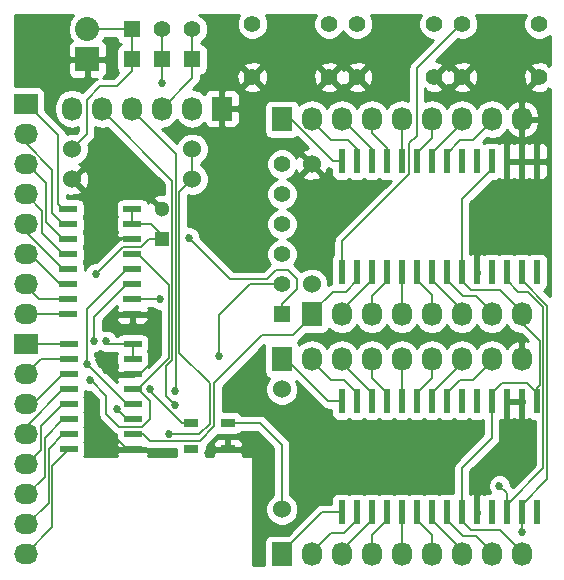
<source format=gtl>
G04 #@! TF.FileFunction,Copper,L1,Top,Signal*
%FSLAX46Y46*%
G04 Gerber Fmt 4.6, Leading zero omitted, Abs format (unit mm)*
G04 Created by KiCad (PCBNEW 4.0.2-stable) date Friday, August 05, 2016 'pmt' 09:57:19 pm*
%MOMM*%
G01*
G04 APERTURE LIST*
%ADD10C,0.100000*%
%ADD11R,0.600000X2.000000*%
%ADD12C,1.524000*%
%ADD13R,1.727200X2.032000*%
%ADD14O,1.727200X2.032000*%
%ADD15R,1.397000X1.397000*%
%ADD16R,1.300000X1.300000*%
%ADD17C,1.300000*%
%ADD18R,1.300000X0.700000*%
%ADD19R,2.032000X1.727200*%
%ADD20O,2.032000X1.727200*%
%ADD21R,2.032000X2.032000*%
%ADD22O,2.032000X2.032000*%
%ADD23C,1.397000*%
%ADD24R,1.500000X0.600000*%
%ADD25C,0.685800*%
%ADD26C,0.152400*%
%ADD27C,0.254000*%
G04 APERTURE END LIST*
D10*
D11*
X46355000Y-57341500D03*
X47625000Y-57341500D03*
X48895000Y-57341500D03*
X50165000Y-57341500D03*
X51435000Y-57341500D03*
X52705000Y-57341500D03*
X53975000Y-57341500D03*
X55245000Y-57341500D03*
X56515000Y-57341500D03*
X57785000Y-57341500D03*
X59055000Y-57341500D03*
X60325000Y-57341500D03*
X61595000Y-57341500D03*
X62865000Y-57341500D03*
X62865000Y-47941500D03*
X61595000Y-47941500D03*
X60325000Y-47941500D03*
X59055000Y-47941500D03*
X57785000Y-47941500D03*
X56515000Y-47941500D03*
X55245000Y-47941500D03*
X53975000Y-47941500D03*
X52705000Y-47941500D03*
X51435000Y-47941500D03*
X50165000Y-47941500D03*
X48895000Y-47941500D03*
X47625000Y-47941500D03*
X46355000Y-47941500D03*
D12*
X23520400Y-29146500D03*
X33680400Y-29146500D03*
D13*
X36195000Y-23177500D03*
D14*
X33655000Y-23177500D03*
X31115000Y-23177500D03*
X28575000Y-23177500D03*
X26035000Y-23177500D03*
X23495000Y-23177500D03*
D12*
X43815000Y-38036500D03*
X43815000Y-27876500D03*
D15*
X28600400Y-18986500D03*
X31140400Y-18986500D03*
X33680400Y-18986500D03*
D16*
X31115000Y-34186500D03*
D17*
X31115000Y-31686500D03*
D18*
X33603000Y-49806500D03*
X33603000Y-52006500D03*
X36703000Y-52006500D03*
X36703000Y-49806500D03*
D19*
X19583400Y-22796500D03*
D20*
X19583400Y-25336500D03*
X19583400Y-27876500D03*
X19583400Y-30416500D03*
X19583400Y-32956500D03*
X19583400Y-35496500D03*
X19583400Y-38036500D03*
X19583400Y-40576500D03*
D19*
X19583400Y-43116500D03*
D20*
X19583400Y-45656500D03*
X19583400Y-48196500D03*
X19583400Y-50736500D03*
X19583400Y-53276500D03*
X19583400Y-55816500D03*
X19583400Y-58356500D03*
X19583400Y-60896500D03*
D21*
X24790400Y-18986500D03*
D22*
X24790400Y-16446500D03*
D13*
X41275000Y-24066500D03*
D14*
X43815000Y-24066500D03*
X46355000Y-24066500D03*
X48895000Y-24066500D03*
X51435000Y-24066500D03*
X53975000Y-24066500D03*
X56515000Y-24066500D03*
X59055000Y-24066500D03*
X61595000Y-24066500D03*
D13*
X43815000Y-40576500D03*
D14*
X46355000Y-40576500D03*
X48895000Y-40576500D03*
X51435000Y-40576500D03*
X53975000Y-40576500D03*
X56515000Y-40576500D03*
X59055000Y-40576500D03*
X61595000Y-40576500D03*
D13*
X41275000Y-44386500D03*
D14*
X43815000Y-44386500D03*
X46355000Y-44386500D03*
X48895000Y-44386500D03*
X51435000Y-44386500D03*
X53975000Y-44386500D03*
X56515000Y-44386500D03*
X59055000Y-44386500D03*
X61595000Y-44386500D03*
D13*
X41275000Y-60896500D03*
D14*
X43815000Y-60896500D03*
X46355000Y-60896500D03*
X48895000Y-60896500D03*
X51435000Y-60896500D03*
X53975000Y-60896500D03*
X56515000Y-60896500D03*
X59055000Y-60896500D03*
X61595000Y-60896500D03*
D12*
X41275000Y-46926500D03*
X41275000Y-57086500D03*
X23520400Y-26606500D03*
X33680400Y-26606500D03*
D15*
X41275000Y-40576500D03*
D23*
X41275000Y-38036500D03*
X41275000Y-35496500D03*
X41275000Y-32956500D03*
X41275000Y-30416500D03*
X41275000Y-27876500D03*
D15*
X28600400Y-16446500D03*
D23*
X31140400Y-16446500D03*
X33680400Y-16446500D03*
D24*
X23200400Y-31686500D03*
X23200400Y-32956500D03*
X23200400Y-34226500D03*
X23200400Y-35496500D03*
X23200400Y-36766500D03*
X23200400Y-38036500D03*
X23200400Y-39306500D03*
X23200400Y-40576500D03*
X28600400Y-40576500D03*
X28600400Y-39306500D03*
X28600400Y-38036500D03*
X28600400Y-36766500D03*
X28600400Y-35496500D03*
X28600400Y-34226500D03*
X28600400Y-32956500D03*
X28600400Y-31686500D03*
X23233400Y-43116500D03*
X23233400Y-44386500D03*
X23233400Y-45656500D03*
X23233400Y-46926500D03*
X23233400Y-48196500D03*
X23233400Y-49466500D03*
X23233400Y-50736500D03*
X23233400Y-52006500D03*
X28633400Y-52006500D03*
X28633400Y-50736500D03*
X28633400Y-49466500D03*
X28633400Y-48196500D03*
X28633400Y-46926500D03*
X28633400Y-45656500D03*
X28633400Y-44386500D03*
X28633400Y-43116500D03*
D11*
X46355000Y-37021500D03*
X47625000Y-37021500D03*
X48895000Y-37021500D03*
X50165000Y-37021500D03*
X51435000Y-37021500D03*
X52705000Y-37021500D03*
X53975000Y-37021500D03*
X55245000Y-37021500D03*
X56515000Y-37021500D03*
X57785000Y-37021500D03*
X59055000Y-37021500D03*
X60325000Y-37021500D03*
X61595000Y-37021500D03*
X62865000Y-37021500D03*
X62865000Y-27621500D03*
X61595000Y-27621500D03*
X60325000Y-27621500D03*
X59055000Y-27621500D03*
X57785000Y-27621500D03*
X56515000Y-27621500D03*
X55245000Y-27621500D03*
X53975000Y-27621500D03*
X52705000Y-27621500D03*
X51435000Y-27621500D03*
X50165000Y-27621500D03*
X48895000Y-27621500D03*
X47625000Y-27621500D03*
X46355000Y-27621500D03*
D23*
X54165500Y-16010500D03*
X54165500Y-20510500D03*
X47665500Y-16010500D03*
X47665500Y-20510500D03*
X63055500Y-16010500D03*
X63055500Y-20510500D03*
X56555500Y-16010500D03*
X56555500Y-20510500D03*
X45275500Y-16010500D03*
X45275500Y-20510500D03*
X38775500Y-16010500D03*
X38775500Y-20510500D03*
D25*
X56896004Y-49911000D03*
X25019000Y-30861000D03*
X27051000Y-29591000D03*
X25527000Y-26543000D03*
X25527010Y-29591000D03*
X28575002Y-29591000D03*
X30734000Y-52324000D03*
X24892000Y-52324000D03*
X25781000Y-52324000D03*
X26797000Y-52324000D03*
X62103000Y-52451000D03*
X61087000Y-51181000D03*
X59817000Y-52451000D03*
X61341000Y-53848000D03*
X62103000Y-50038000D03*
X60325000Y-50038000D03*
X55372002Y-21971000D03*
X60325002Y-22225000D03*
X61849000Y-21844000D03*
X59563000Y-20447000D03*
X44958000Y-36322000D03*
X44196000Y-30734000D03*
X45847000Y-31623000D03*
X44323000Y-33147000D03*
X42799000Y-34163000D03*
X42799000Y-31623000D03*
X42799000Y-29337000D03*
X39624000Y-25908000D03*
X39624000Y-27686000D03*
X39624000Y-22225000D03*
X38735000Y-23114000D03*
X39624000Y-29591000D03*
X38734998Y-24765000D03*
X38734998Y-26797000D03*
X38734996Y-28575000D03*
X41275000Y-26162000D03*
X45085000Y-22225000D03*
X47625000Y-22352000D03*
X40767000Y-18923000D03*
X41021000Y-20447000D03*
X45974000Y-17907000D03*
X39243000Y-18415004D03*
X35560000Y-17780000D03*
X36576000Y-16509998D03*
X35560000Y-19812000D03*
X35306000Y-15748000D03*
X36449000Y-18796000D03*
X36449000Y-21082000D03*
X26797000Y-20066000D03*
X26797000Y-17653000D03*
X26797000Y-18923000D03*
X21717000Y-22478994D03*
X24384000Y-21209000D03*
X22733000Y-20701000D03*
X19176996Y-20701000D03*
X20955000Y-15748000D03*
X20955000Y-20701000D03*
X20955000Y-18923000D03*
X20955000Y-17399000D03*
X35560000Y-31877000D03*
X36830000Y-30988000D03*
X35433000Y-30226000D03*
X36449004Y-29083000D03*
X36195000Y-25527000D03*
X32385000Y-25019008D03*
X34671000Y-25019000D03*
X35179000Y-27940000D03*
X34036000Y-31115000D03*
X34036000Y-32766000D03*
X38100000Y-31750000D03*
X36449000Y-27051000D03*
X30988000Y-29845000D03*
X27432000Y-26542998D03*
X25019000Y-27940000D03*
X26670000Y-27940000D03*
X28575000Y-27940000D03*
X26162000Y-25273000D03*
X57785000Y-50799988D03*
X57912010Y-49911000D03*
X39497000Y-36576000D03*
X38481000Y-36576000D03*
X37465000Y-36576000D03*
X28702000Y-41783000D03*
X27559000Y-41910000D03*
X26416000Y-41529000D03*
X27051000Y-40512998D03*
X26416000Y-45339000D03*
X25400000Y-49022000D03*
X25400000Y-47879000D03*
X25908000Y-49911002D03*
X31750000Y-52324000D03*
X46482000Y-30226000D03*
X45212000Y-29210000D03*
X41275000Y-21844000D03*
X46482000Y-21844000D03*
X43307000Y-20701000D03*
X48895000Y-19304000D03*
X46482004Y-19304000D03*
X43560999Y-15621001D03*
X40259000Y-17399000D03*
X53086000Y-17653000D03*
X50292000Y-16891000D03*
X51435000Y-18288000D03*
X58420004Y-17145000D03*
X56515000Y-18160996D03*
X59944004Y-18161000D03*
X61341000Y-17145008D03*
X55372000Y-19177000D03*
X58039000Y-19177000D03*
X57784998Y-22225000D03*
X59944000Y-15748000D03*
X61340996Y-15748000D03*
X61595000Y-19177000D03*
X60325000Y-25781000D03*
X63500000Y-25781000D03*
X63500000Y-29718000D03*
X25781000Y-44450000D03*
X60579000Y-33147000D03*
X60579000Y-31369000D03*
X42291000Y-19304000D03*
X42164000Y-17399000D03*
X61341004Y-42545000D03*
X42672000Y-26669998D03*
X22733000Y-17399000D03*
X22733000Y-18923000D03*
X19177004Y-17399000D03*
X61722000Y-29718000D03*
X53721000Y-22098000D03*
X63500000Y-31369000D03*
X63500000Y-33147000D03*
X63500000Y-34925000D03*
X61722000Y-34925000D03*
X59690000Y-34925000D03*
X57785000Y-34925000D03*
X57785000Y-33147000D03*
X57785000Y-31369000D03*
X59309000Y-29718000D03*
X61595000Y-25781000D03*
X63500000Y-24003000D03*
X63500000Y-22225000D03*
X63500000Y-18796000D03*
X63500000Y-17653000D03*
X58420000Y-15748000D03*
X52324000Y-15748006D03*
X50927004Y-15748000D03*
X49403000Y-15748000D03*
X51435000Y-20066000D03*
X51435000Y-21971000D03*
X44450000Y-18796000D03*
X42926000Y-22098000D03*
X49022000Y-21844000D03*
X40640000Y-15621000D03*
X42164000Y-15621000D03*
X43942000Y-17399000D03*
X47879000Y-17907000D03*
X22733002Y-15748000D03*
X19177000Y-18923000D03*
X19177000Y-15748000D03*
X48006000Y-29718000D03*
X35052016Y-52324000D03*
X34544000Y-21336000D03*
X31750000Y-50736500D03*
X33401000Y-34099500D03*
X25527000Y-37147500D03*
X26416016Y-42862500D03*
X32258000Y-47117000D03*
X32258004Y-48260000D03*
X30099000Y-46926500D03*
X31115000Y-21018500D03*
X30988008Y-39306500D03*
X35941000Y-44132500D03*
X25400002Y-42862500D03*
X27305000Y-48577508D03*
X24765002Y-44767500D03*
X25019000Y-46164500D03*
X59690000Y-55118000D03*
X61595000Y-58991500D03*
D26*
X36703000Y-52006500D02*
X38290500Y-52006500D01*
X41783000Y-58801000D02*
X50673000Y-49911000D01*
X39497000Y-53213000D02*
X39497000Y-58801000D01*
X50673000Y-49911000D02*
X56896004Y-49911000D01*
X38290500Y-52006500D02*
X39497000Y-53213000D01*
X39497000Y-58801000D02*
X41783000Y-58801000D01*
X25019000Y-30099010D02*
X25019000Y-30861000D01*
X25527010Y-29591000D02*
X25019000Y-30099010D01*
X26670000Y-27940000D02*
X26670000Y-29210000D01*
X26670000Y-29210000D02*
X27051000Y-29591000D01*
X25527000Y-25908000D02*
X25527000Y-26543000D01*
X26162000Y-25273000D02*
X25527000Y-25908000D01*
X30734000Y-52324000D02*
X31750000Y-52324000D01*
X25908000Y-49911002D02*
X25908000Y-51435000D01*
X25908000Y-51435000D02*
X26797000Y-52324000D01*
X61341000Y-53213000D02*
X62103000Y-52451000D01*
X61341000Y-53848000D02*
X61341000Y-53213000D01*
X60706000Y-51562000D02*
X61087000Y-51181000D01*
X60325000Y-51562000D02*
X60706000Y-51562000D01*
X60325000Y-51943000D02*
X59817000Y-52451000D01*
X60325000Y-51562000D02*
X60325000Y-51943000D01*
X60325000Y-50038000D02*
X62103000Y-50038000D01*
X55626002Y-22225000D02*
X55372002Y-21971000D01*
X57784998Y-22225000D02*
X55626002Y-22225000D01*
X61468000Y-22225000D02*
X60325002Y-22225000D01*
X61849000Y-21844000D02*
X61468000Y-22225000D01*
X59563000Y-21462998D02*
X60325002Y-22225000D01*
X59563000Y-20447000D02*
X59563000Y-21462998D01*
X62230000Y-22225000D02*
X61849000Y-21844000D01*
X63500000Y-22225000D02*
X62230000Y-22225000D01*
X42799000Y-34163000D02*
X44958000Y-36322000D01*
X44196000Y-30734000D02*
X45212000Y-29718000D01*
X45212000Y-29718000D02*
X45212000Y-29210000D01*
X44323000Y-33147000D02*
X45847000Y-31623000D01*
X42799000Y-31623000D02*
X42799000Y-34163000D01*
X44450000Y-29972000D02*
X43434000Y-29972000D01*
X43434000Y-29972000D02*
X42799000Y-29337000D01*
X45212000Y-29210000D02*
X44450000Y-29972000D01*
X39878000Y-26162000D02*
X39624000Y-25908000D01*
X41275000Y-26162000D02*
X39878000Y-26162000D01*
X39624000Y-29591000D02*
X39624000Y-27686000D01*
X39624000Y-21844000D02*
X39624000Y-22225000D01*
X41021000Y-20447000D02*
X39624000Y-21844000D01*
X38735000Y-23367998D02*
X38735000Y-23114000D01*
X38631065Y-23471933D02*
X38735000Y-23367998D01*
X38608002Y-23471933D02*
X38631065Y-23471933D01*
X39624000Y-34417000D02*
X39624000Y-29591000D01*
X39497000Y-34544000D02*
X39624000Y-34417000D01*
X38734998Y-23598929D02*
X38734998Y-24765000D01*
X38608002Y-23471933D02*
X38734998Y-23598929D01*
X38735000Y-26797000D02*
X38734998Y-26797000D01*
X38734996Y-26797004D02*
X38734996Y-28575000D01*
X38735000Y-26797000D02*
X38734996Y-26797004D01*
X44704000Y-21844000D02*
X45085000Y-22225000D01*
X44069000Y-21844000D02*
X44704000Y-21844000D01*
X47117000Y-21844000D02*
X47625000Y-22352000D01*
X46482000Y-21844000D02*
X47117000Y-21844000D01*
X38989000Y-18923000D02*
X40767000Y-18923000D01*
X38862000Y-18796000D02*
X38989000Y-18923000D01*
X47879000Y-17907000D02*
X45974000Y-17907000D01*
X39243000Y-18415000D02*
X39243000Y-18415004D01*
X40259000Y-17399000D02*
X39243000Y-18415000D01*
X35306000Y-17526000D02*
X35560000Y-17780000D01*
X35306000Y-15748000D02*
X35306000Y-17526000D01*
X36576000Y-16510000D02*
X36576000Y-16509998D01*
X36449000Y-16637000D02*
X36576000Y-16510000D01*
X36449000Y-21082000D02*
X36449000Y-18796000D01*
X26797000Y-18923000D02*
X26797000Y-20066000D01*
X26797000Y-18923000D02*
X26797000Y-17653000D01*
X21717000Y-21717000D02*
X21717000Y-22478994D01*
X22733000Y-20701000D02*
X21717000Y-21717000D01*
X24790400Y-20802600D02*
X24384000Y-21209000D01*
X24790400Y-18986500D02*
X24790400Y-20802600D01*
X20955000Y-20701000D02*
X19176996Y-20701000D01*
X19177000Y-15748000D02*
X20955000Y-15748000D01*
X20955000Y-17399000D02*
X20955000Y-18923000D01*
X35687000Y-31750000D02*
X35560000Y-31877000D01*
X38100000Y-31750000D02*
X35687000Y-31750000D01*
X36830000Y-29463996D02*
X36830000Y-30988000D01*
X36449004Y-29083000D02*
X36830000Y-29463996D01*
X35179000Y-27940000D02*
X35179000Y-29972000D01*
X35179000Y-29972000D02*
X35433000Y-30226000D01*
X35687000Y-25019000D02*
X36195000Y-25527000D01*
X34671000Y-25019000D02*
X35687000Y-25019000D01*
X36195000Y-23177500D02*
X36195000Y-25527000D01*
X34417008Y-25019008D02*
X32385000Y-25019008D01*
X36449000Y-27051000D02*
X34417008Y-25019008D01*
X34036000Y-32766000D02*
X34036000Y-31115000D01*
X29972000Y-29845000D02*
X29972000Y-30543500D01*
X29972000Y-30543500D02*
X31115000Y-31686500D01*
X30988000Y-29845000D02*
X29972000Y-29845000D01*
X28575000Y-27940000D02*
X27432000Y-26797000D01*
X27432000Y-26797000D02*
X27432000Y-26542998D01*
X24726900Y-27940000D02*
X25019000Y-27940000D01*
X23520400Y-29146500D02*
X24726900Y-27940000D01*
X57785000Y-50799988D02*
X56896012Y-49911000D01*
X56896012Y-49911000D02*
X56896004Y-49911000D01*
X57912010Y-49911000D02*
X56896004Y-49911000D01*
X37465000Y-36576000D02*
X39497000Y-34544000D01*
X39497000Y-36576000D02*
X39497000Y-34544000D01*
X37465000Y-36576000D02*
X38481000Y-36576000D01*
X60325000Y-51562000D02*
X60325000Y-47941500D01*
X28633400Y-45656500D02*
X26733500Y-45656500D01*
X26733500Y-45656500D02*
X26416000Y-45339000D01*
X28600400Y-40576500D02*
X28600400Y-41681400D01*
X28600400Y-41681400D02*
X28702000Y-41783000D01*
X27178000Y-41529000D02*
X27559000Y-41910000D01*
X26670000Y-41529000D02*
X27178000Y-41529000D01*
X26758899Y-41186101D02*
X26416000Y-41529000D01*
X26885899Y-41186101D02*
X26758899Y-41186101D01*
X28600400Y-40576500D02*
X27495500Y-40576500D01*
X27495500Y-40576500D02*
X26885899Y-41186101D01*
X27051000Y-40512998D02*
X27051000Y-41021000D01*
X27051000Y-41021000D02*
X26885899Y-41186101D01*
X26416000Y-45085000D02*
X26416000Y-45339000D01*
X25781000Y-44450000D02*
X26416000Y-45085000D01*
X25400000Y-49784000D02*
X25400000Y-49022000D01*
X25527000Y-49911000D02*
X25400000Y-49784000D01*
X28183400Y-52006500D02*
X26087902Y-49911002D01*
X28633400Y-52006500D02*
X28183400Y-52006500D01*
X25907998Y-49911000D02*
X25908000Y-49911002D01*
X26087902Y-49911002D02*
X25908000Y-49911002D01*
X25527000Y-49911000D02*
X25907998Y-49911000D01*
X31115000Y-52324000D02*
X31750000Y-52324000D01*
X30035506Y-52006500D02*
X30480000Y-52450994D01*
X31138067Y-52451000D02*
X31138061Y-52450994D01*
X30226000Y-52324000D02*
X31115000Y-52324000D01*
X31138061Y-52450994D02*
X30480000Y-52450994D01*
X30988000Y-52451000D02*
X31138067Y-52451000D01*
X28633400Y-52006500D02*
X30035506Y-52006500D01*
X31115000Y-52324000D02*
X31115000Y-52427933D01*
X31115000Y-52427933D02*
X31138067Y-52451000D01*
X30861000Y-52324000D02*
X30988000Y-52451000D01*
X46990000Y-29718000D02*
X46482000Y-30226000D01*
X48006000Y-29718000D02*
X46990000Y-29718000D01*
X45720000Y-29718000D02*
X46609000Y-29718000D01*
X45212000Y-29210000D02*
X45720000Y-29718000D01*
X38608000Y-24384000D02*
X38608002Y-24383998D01*
X38608002Y-24383998D02*
X38608002Y-23471933D01*
X41529000Y-22098000D02*
X41275000Y-21844000D01*
X42926000Y-22098000D02*
X41529000Y-22098000D01*
X43307000Y-19939000D02*
X43307000Y-20701000D01*
X44450000Y-18796000D02*
X43307000Y-19939000D01*
X48872000Y-19304000D02*
X48895000Y-19304000D01*
X47665500Y-20510500D02*
X48872000Y-19304000D01*
X49022000Y-19431000D02*
X48895000Y-19304000D01*
X49022000Y-21844000D02*
X49022000Y-19431000D01*
X48895000Y-19431000D02*
X48895000Y-19304000D01*
X51435000Y-21971000D02*
X48895000Y-19431000D01*
X46482004Y-19303996D02*
X46482004Y-19304000D01*
X47879000Y-17907000D02*
X46482004Y-19303996D01*
X43942000Y-16002002D02*
X43560999Y-15621001D01*
X43942000Y-17399000D02*
X43942000Y-16002002D01*
X42164000Y-17399000D02*
X40259000Y-17399000D01*
X52743101Y-17310101D02*
X53086000Y-17653000D01*
X50292000Y-16637000D02*
X50292000Y-16891000D01*
X49403000Y-15748000D02*
X50292000Y-16637000D01*
X51435000Y-20066000D02*
X51435000Y-18288000D01*
X58928004Y-17145000D02*
X58420004Y-17145000D01*
X59944004Y-18161000D02*
X58928004Y-17145000D01*
X58420000Y-15748000D02*
X58420000Y-17144996D01*
X58039000Y-17526004D02*
X58420004Y-17145000D01*
X58420000Y-17144996D02*
X58420004Y-17145000D01*
X58039000Y-19177000D02*
X58039000Y-17526004D01*
X56388006Y-18160996D02*
X56515000Y-18160996D01*
X56172101Y-18376901D02*
X56388006Y-18160996D01*
X61848992Y-17653000D02*
X61341000Y-17145008D01*
X62230000Y-17653000D02*
X61848992Y-17653000D01*
X55372000Y-19177000D02*
X56172101Y-18376901D01*
X55753002Y-18796000D02*
X56172101Y-18376901D01*
X55372000Y-18796000D02*
X55753002Y-18796000D01*
X57889000Y-19177000D02*
X58039000Y-19177000D01*
X56555500Y-20510500D02*
X57889000Y-19177000D01*
X61595000Y-19177000D02*
X58039000Y-19177000D01*
X61340996Y-15748000D02*
X59944000Y-15748000D01*
X63500000Y-17653000D02*
X62230000Y-17653000D01*
X62230000Y-17780000D02*
X62230000Y-17653000D01*
X63119000Y-19177000D02*
X61595000Y-19177000D01*
X63500000Y-18796000D02*
X63119000Y-19177000D01*
X61722000Y-19177000D02*
X61595000Y-19177000D01*
X63055500Y-20510500D02*
X61722000Y-19177000D01*
X61595000Y-25781000D02*
X60325000Y-25781000D01*
X63500000Y-24003000D02*
X63500000Y-25781000D01*
X62865000Y-29083000D02*
X63500000Y-29718000D01*
X63373000Y-29591000D02*
X63500000Y-29718000D01*
X62865000Y-27621500D02*
X62865000Y-29083000D01*
X63015067Y-29591000D02*
X63373000Y-29591000D01*
X57785000Y-53847998D02*
X60324998Y-51308000D01*
X57785000Y-57341500D02*
X57785000Y-53847998D01*
X25400000Y-48768000D02*
X25400000Y-48387000D01*
X24892000Y-52451000D02*
X25527000Y-51816000D01*
X25527000Y-51816000D02*
X25527000Y-49911000D01*
X31115000Y-52324000D02*
X30861000Y-52324000D01*
X27495500Y-52006500D02*
X28633400Y-52006500D01*
X59309000Y-29718000D02*
X60579000Y-30988000D01*
X60579000Y-30988000D02*
X60579000Y-31369000D01*
X60833000Y-42545000D02*
X61341004Y-42545000D01*
X38735000Y-26797000D02*
X38607999Y-26924001D01*
X42672000Y-26162000D02*
X42672000Y-26669998D01*
X42545000Y-26035000D02*
X42672000Y-26162000D01*
X22733002Y-17398998D02*
X22733000Y-17399000D01*
X22733002Y-15748000D02*
X22733002Y-17398998D01*
X22796500Y-18986500D02*
X22733000Y-18923000D01*
X24790400Y-18986500D02*
X22796500Y-18986500D01*
X19177000Y-17399004D02*
X19177004Y-17399000D01*
X19177000Y-18923000D02*
X19177000Y-17399004D01*
X59309000Y-29718000D02*
X61722000Y-29718000D01*
X55245000Y-21463000D02*
X55118000Y-21463000D01*
X55118000Y-21463000D02*
X54165500Y-20510500D01*
X54610000Y-22098000D02*
X55245000Y-21463000D01*
X53721000Y-22098000D02*
X54610000Y-22098000D01*
X63500000Y-33147000D02*
X63500000Y-31369000D01*
X61722000Y-34925000D02*
X63500000Y-34925000D01*
X57785000Y-34925000D02*
X59690000Y-34925000D01*
X57785000Y-31369000D02*
X57785000Y-33147000D01*
X52743103Y-17310099D02*
X52870101Y-17310099D01*
X52743101Y-17310101D02*
X52743103Y-17310099D01*
X52870101Y-17310099D02*
X53213000Y-17652998D01*
X52578000Y-17145002D02*
X52743101Y-17310101D01*
X52323994Y-15748000D02*
X52324000Y-15748006D01*
X50927004Y-15748000D02*
X52323994Y-15748000D01*
X42164000Y-15621000D02*
X40640000Y-15621000D01*
X23520400Y-29057600D02*
X23520400Y-28803598D01*
X35369516Y-52006500D02*
X35052016Y-52324000D01*
X36703000Y-52006500D02*
X35369516Y-52006500D01*
X30543500Y-52006500D02*
X30861000Y-52324000D01*
X28633400Y-52006500D02*
X30543500Y-52006500D01*
X36195000Y-21209000D02*
X36068000Y-21336000D01*
X36068000Y-21336000D02*
X34544000Y-21336000D01*
X36195000Y-23177500D02*
X36195000Y-21209000D01*
X28600400Y-40576500D02*
X28600400Y-41554400D01*
X28600400Y-41554400D02*
X28956000Y-41910000D01*
X28956000Y-41910000D02*
X30099000Y-41910000D01*
X30099000Y-41910000D02*
X30353000Y-42164000D01*
X30353000Y-42164000D02*
X30353000Y-44577000D01*
X30353000Y-44577000D02*
X29273500Y-45656500D01*
X29273500Y-45656500D02*
X28633400Y-45656500D01*
X45275500Y-20510500D02*
X43815000Y-19050000D01*
X43815000Y-19050000D02*
X40236000Y-19050000D01*
X40236000Y-19050000D02*
X38775500Y-20510500D01*
X46586000Y-19431000D02*
X46355000Y-19431000D01*
X46355000Y-19431000D02*
X45275500Y-20510500D01*
X47665500Y-20510500D02*
X46586000Y-19431000D01*
X55372000Y-19304000D02*
X55372000Y-19327000D01*
X55372000Y-19327000D02*
X56555500Y-20510500D01*
X54165500Y-20510500D02*
X55372000Y-19304000D01*
X28600400Y-40576500D02*
X27698000Y-40576500D01*
X28633400Y-45656500D02*
X27731000Y-45656500D01*
X27731000Y-45656500D02*
X27604000Y-45529500D01*
X27604000Y-45529500D02*
X27114500Y-45529500D01*
X26733500Y-33909000D02*
X26733500Y-30670500D01*
X26924000Y-34099500D02*
X26733500Y-33909000D01*
X27571000Y-34099500D02*
X26924000Y-34099500D01*
X28600400Y-34226500D02*
X27698000Y-34226500D01*
X27698000Y-34226500D02*
X27571000Y-34099500D01*
X27114500Y-45529500D02*
X26924000Y-45339000D01*
X29273500Y-30416500D02*
X29845000Y-30416500D01*
X29845000Y-30416500D02*
X31115000Y-31686500D01*
X61595000Y-27621500D02*
X60325000Y-27621500D01*
X62865000Y-27621500D02*
X61595000Y-27621500D01*
X19583400Y-25336500D02*
X19583400Y-26098500D01*
X22750400Y-32956500D02*
X23200400Y-32956500D01*
X19583400Y-26098500D02*
X21844000Y-28359100D01*
X21844000Y-28359100D02*
X21844000Y-32050100D01*
X21844000Y-32050100D02*
X22750400Y-32956500D01*
X28600400Y-18986500D02*
X28600400Y-19977100D01*
X28600400Y-19977100D02*
X27305000Y-21272500D01*
X27305000Y-21272500D02*
X25908000Y-21272500D01*
X25908000Y-21272500D02*
X24765000Y-22415500D01*
X24765000Y-22415500D02*
X24765000Y-25361900D01*
X24765000Y-25361900D02*
X23520400Y-26606500D01*
X28600400Y-16446500D02*
X28600400Y-18986500D01*
X24790400Y-16446500D02*
X28600400Y-16446500D01*
X19583400Y-30416500D02*
X19583400Y-30441900D01*
X19583400Y-30441900D02*
X20955000Y-31813500D01*
X20955000Y-31813500D02*
X20955000Y-33701100D01*
X20955000Y-33701100D02*
X22750400Y-35496500D01*
X22750400Y-35496500D02*
X23200400Y-35496500D01*
X19583400Y-32956500D02*
X19583400Y-33599500D01*
X19583400Y-33599500D02*
X22750400Y-36766500D01*
X22750400Y-36766500D02*
X23200400Y-36766500D01*
X19583400Y-35496500D02*
X19964400Y-35496500D01*
X19964400Y-35496500D02*
X22504400Y-38036500D01*
X22504400Y-38036500D02*
X23200400Y-38036500D01*
X19583400Y-45656500D02*
X20853400Y-44386500D01*
X20853400Y-44386500D02*
X23233400Y-44386500D01*
X19583400Y-50736500D02*
X19583400Y-50126500D01*
X19583400Y-50126500D02*
X22783400Y-46926500D01*
X22783400Y-46926500D02*
X23233400Y-46926500D01*
X19735800Y-53276500D02*
X19583400Y-53276500D01*
X20904189Y-52108111D02*
X19735800Y-53276500D01*
X22783400Y-48196500D02*
X20904189Y-50075711D01*
X23233400Y-48196500D02*
X22783400Y-48196500D01*
X20904189Y-50075711D02*
X20904189Y-52108111D01*
X21209000Y-54343300D02*
X19735800Y-55816500D01*
X23233400Y-49466500D02*
X22783400Y-49466500D01*
X22783400Y-49466500D02*
X21209000Y-51040900D01*
X21209000Y-51040900D02*
X21209000Y-54343300D01*
X19735800Y-55816500D02*
X19583400Y-55816500D01*
X33680400Y-29146500D02*
X32603223Y-30223677D01*
X35179000Y-49847500D02*
X34290000Y-50736500D01*
X32603223Y-30223677D02*
X32603223Y-43842723D01*
X32603223Y-43842723D02*
X35179000Y-46418500D01*
X35179000Y-46418500D02*
X35179000Y-49847500D01*
X34290000Y-50736500D02*
X31750000Y-50736500D01*
X33680400Y-26606500D02*
X33680400Y-29146500D01*
X41275000Y-40576500D02*
X41275000Y-39725600D01*
X42545000Y-37592000D02*
X41783000Y-36830000D01*
X41275000Y-39725600D02*
X42545000Y-38455600D01*
X42545000Y-38455600D02*
X42545000Y-37592000D01*
X41783000Y-36830000D02*
X40767000Y-36830000D01*
X40767000Y-36830000D02*
X40005000Y-37592000D01*
X40005000Y-37592000D02*
X36893500Y-37592000D01*
X36893500Y-37592000D02*
X33401000Y-34099500D01*
X59055000Y-47941500D02*
X59055000Y-51054000D01*
X59055000Y-51054000D02*
X56515000Y-53594000D01*
X56515000Y-53594000D02*
X56515000Y-56641500D01*
X56515000Y-56641500D02*
X56515000Y-57341500D01*
X56515000Y-37021500D02*
X56515000Y-37782500D01*
X56515000Y-37782500D02*
X57277000Y-38544500D01*
X59715400Y-38544500D02*
X61595000Y-40424100D01*
X57277000Y-38544500D02*
X59715400Y-38544500D01*
X61595000Y-40424100D02*
X61595000Y-40576500D01*
X56515000Y-57341500D02*
X56515000Y-58102500D01*
X56515000Y-58102500D02*
X57277000Y-58864500D01*
X57277000Y-58864500D02*
X59715400Y-58864500D01*
X59715400Y-58864500D02*
X61595000Y-60744100D01*
X61595000Y-60744100D02*
X61595000Y-60896500D01*
X61595000Y-40576500D02*
X61595000Y-41338500D01*
X61595000Y-41338500D02*
X63119000Y-42862500D01*
X63119000Y-42862500D02*
X63119000Y-46535100D01*
X63119000Y-46535100D02*
X62865000Y-46789100D01*
X62865000Y-46789100D02*
X62865000Y-47941500D01*
X28600400Y-32956500D02*
X30226000Y-32956500D01*
X30226000Y-32956500D02*
X30861000Y-33591500D01*
X30861000Y-33591500D02*
X30861000Y-34186500D01*
X25527000Y-37147500D02*
X27813000Y-34861500D01*
X27813000Y-34861500D02*
X29383600Y-34861500D01*
X29383600Y-34861500D02*
X30058600Y-34186500D01*
X30058600Y-34186500D02*
X30861000Y-34186500D01*
X56515000Y-37021500D02*
X56515000Y-36321500D01*
X26670016Y-43116500D02*
X26416016Y-42862500D01*
X28633400Y-43116500D02*
X26670016Y-43116500D01*
X62865000Y-47941500D02*
X62865000Y-47241500D01*
X59055000Y-47241500D02*
X59055000Y-47941500D01*
X62865000Y-47241500D02*
X62042000Y-46418500D01*
X62042000Y-46418500D02*
X59878000Y-46418500D01*
X59878000Y-46418500D02*
X59055000Y-47241500D01*
X59055000Y-27621500D02*
X59055000Y-28321500D01*
X59055000Y-28321500D02*
X56515000Y-30861500D01*
X56515000Y-30861500D02*
X56515000Y-37021500D01*
X28633400Y-43116500D02*
X28633400Y-44386500D01*
X28600400Y-31686500D02*
X28600400Y-32956500D01*
X36703000Y-49806500D02*
X39456000Y-49806500D01*
X39456000Y-49806500D02*
X41275000Y-51625500D01*
X41275000Y-51625500D02*
X41275000Y-57086500D01*
X19583400Y-22796500D02*
X19735800Y-22796500D01*
X19735800Y-22796500D02*
X22352000Y-25412700D01*
X22352000Y-25412700D02*
X22352000Y-31280100D01*
X22352000Y-31280100D02*
X22758400Y-31686500D01*
X22758400Y-31686500D02*
X23200400Y-31686500D01*
X19583400Y-27876500D02*
X19735800Y-27876500D01*
X21336000Y-32812100D02*
X22750400Y-34226500D01*
X19735800Y-27876500D02*
X21336000Y-29476700D01*
X21336000Y-29476700D02*
X21336000Y-32812100D01*
X22750400Y-34226500D02*
X23200400Y-34226500D01*
X19583400Y-38036500D02*
X19583400Y-38163500D01*
X19583400Y-38163500D02*
X20726400Y-39306500D01*
X20726400Y-39306500D02*
X23200400Y-39306500D01*
X19583400Y-40576500D02*
X23200400Y-40576500D01*
X28575000Y-23177500D02*
X28575000Y-23329900D01*
X32258000Y-46863000D02*
X32258000Y-47117000D01*
X28575000Y-23329900D02*
X32298412Y-27053312D01*
X32298412Y-27053312D02*
X32298412Y-46822588D01*
X32298412Y-46822588D02*
X32258000Y-46863000D01*
X41275000Y-24066500D02*
X42037000Y-24066500D01*
X42037000Y-24066500D02*
X45592000Y-27621500D01*
X45592000Y-27621500D02*
X46355000Y-27621500D01*
X43815000Y-24066500D02*
X43815000Y-24193500D01*
X43815000Y-24193500D02*
X45466000Y-25844500D01*
X45466000Y-25844500D02*
X46863000Y-25844500D01*
X46863000Y-25844500D02*
X47625000Y-26606500D01*
X47625000Y-26606500D02*
X47625000Y-27621500D01*
X46355000Y-24066500D02*
X48895000Y-26606500D01*
X48895000Y-26606500D02*
X48895000Y-27621500D01*
X43815000Y-40576500D02*
X43815000Y-40424100D01*
X43815000Y-40424100D02*
X45567600Y-38671500D01*
X45567600Y-38671500D02*
X46675000Y-38671500D01*
X46675000Y-38671500D02*
X47625000Y-37721500D01*
X47625000Y-37721500D02*
X47625000Y-37021500D01*
X42189400Y-42354500D02*
X39624000Y-42354500D01*
X29535800Y-50736500D02*
X28633400Y-50736500D01*
X35560000Y-46418500D02*
X35560000Y-50058336D01*
X30107302Y-51308002D02*
X29535800Y-50736500D01*
X35560000Y-50058336D02*
X34310334Y-51308002D01*
X39624000Y-42354500D02*
X35560000Y-46418500D01*
X34310334Y-51308002D02*
X30107302Y-51308002D01*
X43815000Y-40576500D02*
X43815000Y-40728900D01*
X43815000Y-40728900D02*
X42189400Y-42354500D01*
X46355000Y-40576500D02*
X46355000Y-40261500D01*
X46355000Y-40261500D02*
X48895000Y-37721500D01*
X48895000Y-37721500D02*
X48895000Y-37021500D01*
X48895000Y-40576500D02*
X48895000Y-39052500D01*
X48895000Y-39052500D02*
X50165000Y-37782500D01*
X50165000Y-37782500D02*
X50165000Y-37021500D01*
X51435000Y-40576500D02*
X51435000Y-37021500D01*
X53975000Y-40576500D02*
X53975000Y-38991500D01*
X53975000Y-38991500D02*
X52705000Y-37721500D01*
X52705000Y-37721500D02*
X52705000Y-37021500D01*
X56515000Y-40576500D02*
X56515000Y-40261500D01*
X53975000Y-37721500D02*
X53975000Y-37021500D01*
X56515000Y-40261500D02*
X53975000Y-37721500D01*
X59055000Y-40576500D02*
X59055000Y-40424100D01*
X59055000Y-40424100D02*
X57683400Y-39052500D01*
X57683400Y-39052500D02*
X56576000Y-39052500D01*
X56576000Y-39052500D02*
X55245000Y-37721500D01*
X55245000Y-37721500D02*
X55245000Y-37021500D01*
X46355000Y-37021500D02*
X46355000Y-34396676D01*
X46355000Y-34396676D02*
X52070000Y-28681676D01*
X52070000Y-28681676D02*
X52070000Y-26098500D01*
X56388000Y-16178000D02*
X56555500Y-16010500D01*
X52070000Y-26098500D02*
X52705000Y-25463500D01*
X52705000Y-25463500D02*
X52705000Y-19748500D01*
X56275500Y-16178000D02*
X56388000Y-16178000D01*
X52705000Y-19748500D02*
X56275500Y-16178000D01*
X26035000Y-23177500D02*
X26035000Y-23329900D01*
X26035000Y-23329900D02*
X31993601Y-29288501D01*
X31993601Y-29288501D02*
X31993601Y-44460399D01*
X31993601Y-44460399D02*
X31496000Y-44958000D01*
X31496000Y-44958000D02*
X31496000Y-47497996D01*
X31496000Y-47497996D02*
X32258004Y-48260000D01*
X30099000Y-47104900D02*
X30099000Y-46926500D01*
X32800600Y-49806500D02*
X30099000Y-47104900D01*
X33603000Y-49806500D02*
X32800600Y-49806500D01*
X31140400Y-18986500D02*
X31140400Y-20993100D01*
X31140400Y-20993100D02*
X31115000Y-21018500D01*
X31140400Y-16446500D02*
X31140400Y-18986500D01*
X19583400Y-43116500D02*
X23233400Y-43116500D01*
X19583400Y-48196500D02*
X20218400Y-48196500D01*
X20218400Y-48196500D02*
X22758400Y-45656500D01*
X22758400Y-45656500D02*
X23233400Y-45656500D01*
X19735800Y-58356500D02*
X19583400Y-58356500D01*
X21539189Y-51980711D02*
X21539189Y-56553111D01*
X22783400Y-50736500D02*
X21539189Y-51980711D01*
X23233400Y-50736500D02*
X22783400Y-50736500D01*
X21539189Y-56553111D02*
X19735800Y-58356500D01*
X23233400Y-52006500D02*
X21844000Y-53395900D01*
X21844000Y-53395900D02*
X21844000Y-58635900D01*
X21844000Y-58635900D02*
X19583400Y-60896500D01*
X33680400Y-18986500D02*
X33680400Y-20612100D01*
X33680400Y-20612100D02*
X31115000Y-23177500D01*
X33680400Y-16446500D02*
X33680400Y-18986500D01*
X48895000Y-24066500D02*
X48895000Y-25209500D01*
X48895000Y-25209500D02*
X50165000Y-26479500D01*
X50165000Y-26479500D02*
X50165000Y-27621500D01*
X51435000Y-24066500D02*
X51435000Y-27621500D01*
X53975000Y-24066500D02*
X53975000Y-25651500D01*
X53975000Y-25651500D02*
X52705000Y-26921500D01*
X52705000Y-26921500D02*
X52705000Y-27621500D01*
X56515000Y-24066500D02*
X56515000Y-24381500D01*
X56515000Y-24381500D02*
X53975000Y-26921500D01*
X53975000Y-26921500D02*
X53975000Y-27621500D01*
X59055000Y-24066500D02*
X59055000Y-24218900D01*
X55245000Y-26987500D02*
X55245000Y-27621500D01*
X59055000Y-24218900D02*
X57429400Y-25844500D01*
X57429400Y-25844500D02*
X56388000Y-25844500D01*
X56388000Y-25844500D02*
X55245000Y-26987500D01*
X41275000Y-44386500D02*
X41656000Y-44386500D01*
X41656000Y-44386500D02*
X45211000Y-47941500D01*
X45211000Y-47941500D02*
X46355000Y-47941500D01*
X43815000Y-44386500D02*
X43815000Y-44538900D01*
X47625000Y-47241500D02*
X47625000Y-47941500D01*
X43815000Y-44538900D02*
X45440600Y-46164500D01*
X45440600Y-46164500D02*
X46548000Y-46164500D01*
X46548000Y-46164500D02*
X47625000Y-47241500D01*
X46355000Y-44386500D02*
X46355000Y-44701500D01*
X46355000Y-44701500D02*
X48895000Y-47241500D01*
X48895000Y-47241500D02*
X48895000Y-47941500D01*
X48895000Y-44386500D02*
X48895000Y-45971500D01*
X48895000Y-45971500D02*
X50165000Y-47241500D01*
X50165000Y-47241500D02*
X50165000Y-47941500D01*
X51435000Y-44386500D02*
X51435000Y-47941500D01*
X53975000Y-44386500D02*
X53975000Y-45971500D01*
X53975000Y-45971500D02*
X52705000Y-47241500D01*
X52705000Y-47241500D02*
X52705000Y-47941500D01*
X56515000Y-44386500D02*
X56515000Y-44701500D01*
X56515000Y-44701500D02*
X53975000Y-47241500D01*
X53975000Y-47241500D02*
X53975000Y-47941500D01*
X59055000Y-44386500D02*
X59055000Y-44538900D01*
X55245000Y-47241500D02*
X55245000Y-47941500D01*
X59055000Y-44538900D02*
X57429400Y-46164500D01*
X57429400Y-46164500D02*
X56322000Y-46164500D01*
X56322000Y-46164500D02*
X55245000Y-47241500D01*
X41275000Y-60744100D02*
X44677600Y-57341500D01*
X44677600Y-57341500D02*
X46355000Y-57341500D01*
X43815000Y-60896500D02*
X43815000Y-60744100D01*
X43815000Y-60744100D02*
X45440600Y-59118500D01*
X45440600Y-59118500D02*
X46548000Y-59118500D01*
X46548000Y-59118500D02*
X47625000Y-58041500D01*
X47625000Y-58041500D02*
X47625000Y-57341500D01*
X46355000Y-60896500D02*
X46355000Y-60581500D01*
X46355000Y-60581500D02*
X48895000Y-58041500D01*
X48895000Y-58041500D02*
X48895000Y-57341500D01*
X48895000Y-60896500D02*
X48895000Y-59311500D01*
X48895000Y-59311500D02*
X50165000Y-58041500D01*
X50165000Y-58041500D02*
X50165000Y-57341500D01*
X51435000Y-57341500D02*
X51435000Y-60896500D01*
X53975000Y-60896500D02*
X53975000Y-59311500D01*
X53975000Y-59311500D02*
X52705000Y-58041500D01*
X52705000Y-58041500D02*
X52705000Y-57341500D01*
X56515000Y-60896500D02*
X56515000Y-60581500D01*
X56515000Y-60581500D02*
X53975000Y-58041500D01*
X53975000Y-58041500D02*
X53975000Y-57341500D01*
X59055000Y-60896500D02*
X59055000Y-60744100D01*
X59055000Y-60744100D02*
X57683400Y-59372500D01*
X57683400Y-59372500D02*
X56576000Y-59372500D01*
X56576000Y-59372500D02*
X55245000Y-58041500D01*
X55245000Y-58041500D02*
X55245000Y-57341500D01*
X28600400Y-39306500D02*
X30988008Y-39306500D01*
X41275000Y-38036500D02*
X38544500Y-38036500D01*
X38544500Y-38036500D02*
X35941000Y-40640000D01*
X35941000Y-40640000D02*
X35941000Y-44132500D01*
X25400002Y-40786898D02*
X25400002Y-42862500D01*
X28600400Y-38036500D02*
X28150400Y-38036500D01*
X28150400Y-38036500D02*
X25400002Y-40786898D01*
X27305000Y-48588100D02*
X27305000Y-48577508D01*
X28183400Y-49466500D02*
X27305000Y-48588100D01*
X28633400Y-49466500D02*
X28183400Y-49466500D01*
X28633400Y-48196500D02*
X28130500Y-48196500D01*
X28130500Y-48196500D02*
X25107901Y-45173901D01*
X25107901Y-45173901D02*
X25107901Y-45110399D01*
X25107901Y-45110399D02*
X24765002Y-44767500D01*
X28150400Y-36766500D02*
X24765002Y-40151898D01*
X28600400Y-36766500D02*
X28150400Y-36766500D01*
X24765002Y-40151898D02*
X24765002Y-44767500D01*
X29083400Y-46926500D02*
X30099000Y-47942100D01*
X30099000Y-47942100D02*
X30099000Y-49462382D01*
X30099000Y-49462382D02*
X29459882Y-50101500D01*
X26416000Y-47498000D02*
X25082500Y-46164500D01*
X29459882Y-50101500D02*
X27495500Y-50101500D01*
X27495500Y-50101500D02*
X26416000Y-49022000D01*
X26416000Y-49022000D02*
X26416000Y-47498000D01*
X25082500Y-46164500D02*
X25019000Y-46164500D01*
X29083400Y-46926500D02*
X29083400Y-46926100D01*
X29050400Y-35496500D02*
X28600400Y-35496500D01*
X29083400Y-46926100D02*
X31686502Y-44322998D01*
X31686502Y-44322998D02*
X31686502Y-38132602D01*
X31686502Y-38132602D02*
X29050400Y-35496500D01*
X28633400Y-46926500D02*
X29083400Y-46926500D01*
X60325000Y-55753000D02*
X59690000Y-55118000D01*
X60325000Y-56641500D02*
X60325000Y-55753000D01*
X60325000Y-37021500D02*
X60325000Y-37721500D01*
X60325000Y-37721500D02*
X61275000Y-38671500D01*
X63423811Y-39992311D02*
X63423811Y-53606689D01*
X61275000Y-38671500D02*
X62103000Y-38671500D01*
X62103000Y-38671500D02*
X63423811Y-39992311D01*
X63423811Y-53606689D02*
X60389000Y-56641500D01*
X60389000Y-56641500D02*
X60325000Y-56641500D01*
X60325000Y-36321500D02*
X60325000Y-37021500D01*
X60325000Y-56641500D02*
X60325000Y-57341500D01*
X61595000Y-37021500D02*
X61595000Y-37721500D01*
X61595000Y-37721500D02*
X63728622Y-39855122D01*
X63728622Y-39855122D02*
X63728622Y-54571878D01*
X63728622Y-54571878D02*
X61595000Y-56705500D01*
X61595000Y-56705500D02*
X61595000Y-57341500D01*
X61595000Y-57341500D02*
X61595000Y-58991500D01*
X61595000Y-37021500D02*
X61595000Y-36321500D01*
D27*
G36*
X39763960Y-43370500D02*
X39763960Y-45402500D01*
X39808238Y-45637817D01*
X39947310Y-45853941D01*
X40159510Y-45998931D01*
X40215457Y-46010261D01*
X40091371Y-46134130D01*
X39878243Y-46647400D01*
X39877758Y-47203161D01*
X40089990Y-47716803D01*
X40482630Y-48110129D01*
X40995900Y-48323257D01*
X41551661Y-48323742D01*
X42065303Y-48111510D01*
X42458629Y-47718870D01*
X42671757Y-47205600D01*
X42672242Y-46649839D01*
X42502329Y-46238617D01*
X44708106Y-48444394D01*
X44938835Y-48598563D01*
X44983990Y-48607545D01*
X45211000Y-48652700D01*
X45407560Y-48652700D01*
X45407560Y-48941500D01*
X45451838Y-49176817D01*
X45590910Y-49392941D01*
X45803110Y-49537931D01*
X46055000Y-49588940D01*
X46655000Y-49588940D01*
X46890317Y-49544662D01*
X46989528Y-49480822D01*
X47073110Y-49537931D01*
X47325000Y-49588940D01*
X47925000Y-49588940D01*
X48160317Y-49544662D01*
X48259528Y-49480822D01*
X48343110Y-49537931D01*
X48595000Y-49588940D01*
X49195000Y-49588940D01*
X49430317Y-49544662D01*
X49529528Y-49480822D01*
X49613110Y-49537931D01*
X49865000Y-49588940D01*
X50465000Y-49588940D01*
X50700317Y-49544662D01*
X50799528Y-49480822D01*
X50883110Y-49537931D01*
X51135000Y-49588940D01*
X51735000Y-49588940D01*
X51970317Y-49544662D01*
X52069528Y-49480822D01*
X52153110Y-49537931D01*
X52405000Y-49588940D01*
X53005000Y-49588940D01*
X53240317Y-49544662D01*
X53339528Y-49480822D01*
X53423110Y-49537931D01*
X53675000Y-49588940D01*
X54275000Y-49588940D01*
X54510317Y-49544662D01*
X54609528Y-49480822D01*
X54693110Y-49537931D01*
X54945000Y-49588940D01*
X55545000Y-49588940D01*
X55780317Y-49544662D01*
X55879528Y-49480822D01*
X55963110Y-49537931D01*
X56215000Y-49588940D01*
X56815000Y-49588940D01*
X57050317Y-49544662D01*
X57149528Y-49480822D01*
X57233110Y-49537931D01*
X57485000Y-49588940D01*
X58085000Y-49588940D01*
X58320317Y-49544662D01*
X58343800Y-49529551D01*
X58343800Y-50759411D01*
X56012106Y-53091106D01*
X55857937Y-53321835D01*
X55857937Y-53321836D01*
X55803800Y-53594000D01*
X55803800Y-55749790D01*
X55796890Y-55745069D01*
X55545000Y-55694060D01*
X54945000Y-55694060D01*
X54709683Y-55738338D01*
X54610472Y-55802178D01*
X54526890Y-55745069D01*
X54275000Y-55694060D01*
X53675000Y-55694060D01*
X53439683Y-55738338D01*
X53340472Y-55802178D01*
X53256890Y-55745069D01*
X53005000Y-55694060D01*
X52405000Y-55694060D01*
X52169683Y-55738338D01*
X52070472Y-55802178D01*
X51986890Y-55745069D01*
X51735000Y-55694060D01*
X51135000Y-55694060D01*
X50899683Y-55738338D01*
X50800472Y-55802178D01*
X50716890Y-55745069D01*
X50465000Y-55694060D01*
X49865000Y-55694060D01*
X49629683Y-55738338D01*
X49530472Y-55802178D01*
X49446890Y-55745069D01*
X49195000Y-55694060D01*
X48595000Y-55694060D01*
X48359683Y-55738338D01*
X48260472Y-55802178D01*
X48176890Y-55745069D01*
X47925000Y-55694060D01*
X47325000Y-55694060D01*
X47089683Y-55738338D01*
X46990472Y-55802178D01*
X46906890Y-55745069D01*
X46655000Y-55694060D01*
X46055000Y-55694060D01*
X45819683Y-55738338D01*
X45603559Y-55877410D01*
X45458569Y-56089610D01*
X45407560Y-56341500D01*
X45407560Y-56630300D01*
X44677600Y-56630300D01*
X44450590Y-56675455D01*
X44405435Y-56684437D01*
X44174706Y-56838606D01*
X41780252Y-59233060D01*
X40411400Y-59233060D01*
X40176083Y-59277338D01*
X39959959Y-59416410D01*
X39814969Y-59628610D01*
X39763960Y-59880500D01*
X39763960Y-61780500D01*
X38862000Y-61780500D01*
X38862000Y-52705000D01*
X38853226Y-52658615D01*
X38825865Y-52616273D01*
X38784187Y-52587912D01*
X38734758Y-52578000D01*
X37947949Y-52579502D01*
X37988000Y-52482809D01*
X37988000Y-52292250D01*
X37829250Y-52133500D01*
X36830000Y-52133500D01*
X36830000Y-52153500D01*
X36576000Y-52153500D01*
X36576000Y-52133500D01*
X35576750Y-52133500D01*
X35418000Y-52292250D01*
X35418000Y-52482809D01*
X35460018Y-52584250D01*
X34854085Y-52585406D01*
X34900440Y-52356500D01*
X34900440Y-51723684D01*
X35093933Y-51530191D01*
X35418000Y-51530191D01*
X35418000Y-51720750D01*
X35576750Y-51879500D01*
X36576000Y-51879500D01*
X36576000Y-51180250D01*
X36830000Y-51180250D01*
X36830000Y-51879500D01*
X37829250Y-51879500D01*
X37988000Y-51720750D01*
X37988000Y-51530191D01*
X37891327Y-51296802D01*
X37712699Y-51118173D01*
X37479310Y-51021500D01*
X36988750Y-51021500D01*
X36830000Y-51180250D01*
X36576000Y-51180250D01*
X36417250Y-51021500D01*
X35926690Y-51021500D01*
X35693301Y-51118173D01*
X35514673Y-51296802D01*
X35418000Y-51530191D01*
X35093933Y-51530191D01*
X35859392Y-50764733D01*
X36053000Y-50803940D01*
X37353000Y-50803940D01*
X37588317Y-50759662D01*
X37804441Y-50620590D01*
X37874743Y-50517700D01*
X39161412Y-50517700D01*
X40563800Y-51920089D01*
X40563800Y-55868805D01*
X40484697Y-55901490D01*
X40091371Y-56294130D01*
X39878243Y-56807400D01*
X39877758Y-57363161D01*
X40089990Y-57876803D01*
X40482630Y-58270129D01*
X40995900Y-58483257D01*
X41551661Y-58483742D01*
X42065303Y-58271510D01*
X42458629Y-57878870D01*
X42671757Y-57365600D01*
X42672242Y-56809839D01*
X42460010Y-56296197D01*
X42067370Y-55902871D01*
X41986200Y-55869166D01*
X41986200Y-51625500D01*
X41932063Y-51353336D01*
X41855929Y-51239394D01*
X41777894Y-51122605D01*
X39958894Y-49303606D01*
X39728165Y-49149437D01*
X39456000Y-49095300D01*
X37875158Y-49095300D01*
X37817090Y-49005059D01*
X37604890Y-48860069D01*
X37353000Y-48809060D01*
X36271200Y-48809060D01*
X36271200Y-46713088D01*
X39802093Y-43182195D01*
X39763960Y-43370500D01*
X39763960Y-43370500D01*
G37*
X39763960Y-43370500D02*
X39763960Y-45402500D01*
X39808238Y-45637817D01*
X39947310Y-45853941D01*
X40159510Y-45998931D01*
X40215457Y-46010261D01*
X40091371Y-46134130D01*
X39878243Y-46647400D01*
X39877758Y-47203161D01*
X40089990Y-47716803D01*
X40482630Y-48110129D01*
X40995900Y-48323257D01*
X41551661Y-48323742D01*
X42065303Y-48111510D01*
X42458629Y-47718870D01*
X42671757Y-47205600D01*
X42672242Y-46649839D01*
X42502329Y-46238617D01*
X44708106Y-48444394D01*
X44938835Y-48598563D01*
X44983990Y-48607545D01*
X45211000Y-48652700D01*
X45407560Y-48652700D01*
X45407560Y-48941500D01*
X45451838Y-49176817D01*
X45590910Y-49392941D01*
X45803110Y-49537931D01*
X46055000Y-49588940D01*
X46655000Y-49588940D01*
X46890317Y-49544662D01*
X46989528Y-49480822D01*
X47073110Y-49537931D01*
X47325000Y-49588940D01*
X47925000Y-49588940D01*
X48160317Y-49544662D01*
X48259528Y-49480822D01*
X48343110Y-49537931D01*
X48595000Y-49588940D01*
X49195000Y-49588940D01*
X49430317Y-49544662D01*
X49529528Y-49480822D01*
X49613110Y-49537931D01*
X49865000Y-49588940D01*
X50465000Y-49588940D01*
X50700317Y-49544662D01*
X50799528Y-49480822D01*
X50883110Y-49537931D01*
X51135000Y-49588940D01*
X51735000Y-49588940D01*
X51970317Y-49544662D01*
X52069528Y-49480822D01*
X52153110Y-49537931D01*
X52405000Y-49588940D01*
X53005000Y-49588940D01*
X53240317Y-49544662D01*
X53339528Y-49480822D01*
X53423110Y-49537931D01*
X53675000Y-49588940D01*
X54275000Y-49588940D01*
X54510317Y-49544662D01*
X54609528Y-49480822D01*
X54693110Y-49537931D01*
X54945000Y-49588940D01*
X55545000Y-49588940D01*
X55780317Y-49544662D01*
X55879528Y-49480822D01*
X55963110Y-49537931D01*
X56215000Y-49588940D01*
X56815000Y-49588940D01*
X57050317Y-49544662D01*
X57149528Y-49480822D01*
X57233110Y-49537931D01*
X57485000Y-49588940D01*
X58085000Y-49588940D01*
X58320317Y-49544662D01*
X58343800Y-49529551D01*
X58343800Y-50759411D01*
X56012106Y-53091106D01*
X55857937Y-53321835D01*
X55857937Y-53321836D01*
X55803800Y-53594000D01*
X55803800Y-55749790D01*
X55796890Y-55745069D01*
X55545000Y-55694060D01*
X54945000Y-55694060D01*
X54709683Y-55738338D01*
X54610472Y-55802178D01*
X54526890Y-55745069D01*
X54275000Y-55694060D01*
X53675000Y-55694060D01*
X53439683Y-55738338D01*
X53340472Y-55802178D01*
X53256890Y-55745069D01*
X53005000Y-55694060D01*
X52405000Y-55694060D01*
X52169683Y-55738338D01*
X52070472Y-55802178D01*
X51986890Y-55745069D01*
X51735000Y-55694060D01*
X51135000Y-55694060D01*
X50899683Y-55738338D01*
X50800472Y-55802178D01*
X50716890Y-55745069D01*
X50465000Y-55694060D01*
X49865000Y-55694060D01*
X49629683Y-55738338D01*
X49530472Y-55802178D01*
X49446890Y-55745069D01*
X49195000Y-55694060D01*
X48595000Y-55694060D01*
X48359683Y-55738338D01*
X48260472Y-55802178D01*
X48176890Y-55745069D01*
X47925000Y-55694060D01*
X47325000Y-55694060D01*
X47089683Y-55738338D01*
X46990472Y-55802178D01*
X46906890Y-55745069D01*
X46655000Y-55694060D01*
X46055000Y-55694060D01*
X45819683Y-55738338D01*
X45603559Y-55877410D01*
X45458569Y-56089610D01*
X45407560Y-56341500D01*
X45407560Y-56630300D01*
X44677600Y-56630300D01*
X44450590Y-56675455D01*
X44405435Y-56684437D01*
X44174706Y-56838606D01*
X41780252Y-59233060D01*
X40411400Y-59233060D01*
X40176083Y-59277338D01*
X39959959Y-59416410D01*
X39814969Y-59628610D01*
X39763960Y-59880500D01*
X39763960Y-61780500D01*
X38862000Y-61780500D01*
X38862000Y-52705000D01*
X38853226Y-52658615D01*
X38825865Y-52616273D01*
X38784187Y-52587912D01*
X38734758Y-52578000D01*
X37947949Y-52579502D01*
X37988000Y-52482809D01*
X37988000Y-52292250D01*
X37829250Y-52133500D01*
X36830000Y-52133500D01*
X36830000Y-52153500D01*
X36576000Y-52153500D01*
X36576000Y-52133500D01*
X35576750Y-52133500D01*
X35418000Y-52292250D01*
X35418000Y-52482809D01*
X35460018Y-52584250D01*
X34854085Y-52585406D01*
X34900440Y-52356500D01*
X34900440Y-51723684D01*
X35093933Y-51530191D01*
X35418000Y-51530191D01*
X35418000Y-51720750D01*
X35576750Y-51879500D01*
X36576000Y-51879500D01*
X36576000Y-51180250D01*
X36830000Y-51180250D01*
X36830000Y-51879500D01*
X37829250Y-51879500D01*
X37988000Y-51720750D01*
X37988000Y-51530191D01*
X37891327Y-51296802D01*
X37712699Y-51118173D01*
X37479310Y-51021500D01*
X36988750Y-51021500D01*
X36830000Y-51180250D01*
X36576000Y-51180250D01*
X36417250Y-51021500D01*
X35926690Y-51021500D01*
X35693301Y-51118173D01*
X35514673Y-51296802D01*
X35418000Y-51530191D01*
X35093933Y-51530191D01*
X35859392Y-50764733D01*
X36053000Y-50803940D01*
X37353000Y-50803940D01*
X37588317Y-50759662D01*
X37804441Y-50620590D01*
X37874743Y-50517700D01*
X39161412Y-50517700D01*
X40563800Y-51920089D01*
X40563800Y-55868805D01*
X40484697Y-55901490D01*
X40091371Y-56294130D01*
X39878243Y-56807400D01*
X39877758Y-57363161D01*
X40089990Y-57876803D01*
X40482630Y-58270129D01*
X40995900Y-58483257D01*
X41551661Y-58483742D01*
X42065303Y-58271510D01*
X42458629Y-57878870D01*
X42671757Y-57365600D01*
X42672242Y-56809839D01*
X42460010Y-56296197D01*
X42067370Y-55902871D01*
X41986200Y-55869166D01*
X41986200Y-51625500D01*
X41932063Y-51353336D01*
X41855929Y-51239394D01*
X41777894Y-51122605D01*
X39958894Y-49303606D01*
X39728165Y-49149437D01*
X39456000Y-49095300D01*
X37875158Y-49095300D01*
X37817090Y-49005059D01*
X37604890Y-48860069D01*
X37353000Y-48809060D01*
X36271200Y-48809060D01*
X36271200Y-46713088D01*
X39802093Y-43182195D01*
X39763960Y-43370500D01*
G36*
X60452000Y-47814500D02*
X61468000Y-47814500D01*
X61468000Y-47794500D01*
X61722000Y-47794500D01*
X61722000Y-47814500D01*
X61742000Y-47814500D01*
X61742000Y-48068500D01*
X61722000Y-48068500D01*
X61722000Y-49417750D01*
X61880750Y-49576500D01*
X62021310Y-49576500D01*
X62238122Y-49486694D01*
X62313110Y-49537931D01*
X62565000Y-49588940D01*
X62712611Y-49588940D01*
X62712611Y-53312101D01*
X60801250Y-55223462D01*
X60667925Y-55090136D01*
X60668069Y-54924337D01*
X60519507Y-54564788D01*
X60244659Y-54289460D01*
X59885370Y-54140270D01*
X59496337Y-54139931D01*
X59136788Y-54288493D01*
X58861460Y-54563341D01*
X58712270Y-54922630D01*
X58711931Y-55311663D01*
X58860493Y-55671212D01*
X58883301Y-55694060D01*
X58755000Y-55694060D01*
X58519683Y-55738338D01*
X58429020Y-55796678D01*
X58211310Y-55706500D01*
X58070750Y-55706500D01*
X57912000Y-55865250D01*
X57912000Y-57214500D01*
X57932000Y-57214500D01*
X57932000Y-57468500D01*
X57912000Y-57468500D01*
X57912000Y-57488500D01*
X57658000Y-57488500D01*
X57658000Y-57468500D01*
X57638000Y-57468500D01*
X57638000Y-57214500D01*
X57658000Y-57214500D01*
X57658000Y-55865250D01*
X57499250Y-55706500D01*
X57358690Y-55706500D01*
X57226200Y-55761379D01*
X57226200Y-53888588D01*
X59557894Y-51556895D01*
X59712062Y-51326165D01*
X59712063Y-51326164D01*
X59766200Y-51054000D01*
X59766200Y-49521621D01*
X59898690Y-49576500D01*
X60039250Y-49576500D01*
X60198000Y-49417750D01*
X60198000Y-48068500D01*
X60452000Y-48068500D01*
X60452000Y-49417750D01*
X60610750Y-49576500D01*
X60751310Y-49576500D01*
X60960000Y-49490058D01*
X61168690Y-49576500D01*
X61309250Y-49576500D01*
X61468000Y-49417750D01*
X61468000Y-48068500D01*
X60452000Y-48068500D01*
X60198000Y-48068500D01*
X60178000Y-48068500D01*
X60178000Y-47814500D01*
X60198000Y-47814500D01*
X60198000Y-47794500D01*
X60452000Y-47794500D01*
X60452000Y-47814500D01*
X60452000Y-47814500D01*
G37*
X60452000Y-47814500D02*
X61468000Y-47814500D01*
X61468000Y-47794500D01*
X61722000Y-47794500D01*
X61722000Y-47814500D01*
X61742000Y-47814500D01*
X61742000Y-48068500D01*
X61722000Y-48068500D01*
X61722000Y-49417750D01*
X61880750Y-49576500D01*
X62021310Y-49576500D01*
X62238122Y-49486694D01*
X62313110Y-49537931D01*
X62565000Y-49588940D01*
X62712611Y-49588940D01*
X62712611Y-53312101D01*
X60801250Y-55223462D01*
X60667925Y-55090136D01*
X60668069Y-54924337D01*
X60519507Y-54564788D01*
X60244659Y-54289460D01*
X59885370Y-54140270D01*
X59496337Y-54139931D01*
X59136788Y-54288493D01*
X58861460Y-54563341D01*
X58712270Y-54922630D01*
X58711931Y-55311663D01*
X58860493Y-55671212D01*
X58883301Y-55694060D01*
X58755000Y-55694060D01*
X58519683Y-55738338D01*
X58429020Y-55796678D01*
X58211310Y-55706500D01*
X58070750Y-55706500D01*
X57912000Y-55865250D01*
X57912000Y-57214500D01*
X57932000Y-57214500D01*
X57932000Y-57468500D01*
X57912000Y-57468500D01*
X57912000Y-57488500D01*
X57658000Y-57488500D01*
X57658000Y-57468500D01*
X57638000Y-57468500D01*
X57638000Y-57214500D01*
X57658000Y-57214500D01*
X57658000Y-55865250D01*
X57499250Y-55706500D01*
X57358690Y-55706500D01*
X57226200Y-55761379D01*
X57226200Y-53888588D01*
X59557894Y-51556895D01*
X59712062Y-51326165D01*
X59712063Y-51326164D01*
X59766200Y-51054000D01*
X59766200Y-49521621D01*
X59898690Y-49576500D01*
X60039250Y-49576500D01*
X60198000Y-49417750D01*
X60198000Y-48068500D01*
X60452000Y-48068500D01*
X60452000Y-49417750D01*
X60610750Y-49576500D01*
X60751310Y-49576500D01*
X60960000Y-49490058D01*
X61168690Y-49576500D01*
X61309250Y-49576500D01*
X61468000Y-49417750D01*
X61468000Y-48068500D01*
X60452000Y-48068500D01*
X60198000Y-48068500D01*
X60178000Y-48068500D01*
X60178000Y-47814500D01*
X60198000Y-47814500D01*
X60198000Y-47794500D01*
X60452000Y-47794500D01*
X60452000Y-47814500D01*
G36*
X24823630Y-47142230D02*
X25054643Y-47142431D01*
X25704800Y-47792588D01*
X25704800Y-49022000D01*
X25758937Y-49294165D01*
X25913106Y-49524894D01*
X26992606Y-50604395D01*
X27184740Y-50732774D01*
X27223336Y-50758563D01*
X27235960Y-50761074D01*
X27235960Y-51036500D01*
X27280238Y-51271817D01*
X27338578Y-51362480D01*
X27248400Y-51580190D01*
X27248400Y-51720750D01*
X27407150Y-51879500D01*
X28506400Y-51879500D01*
X28506400Y-51859500D01*
X28760400Y-51859500D01*
X28760400Y-51879500D01*
X29707081Y-51879500D01*
X29835137Y-51965065D01*
X30107302Y-52019202D01*
X32305560Y-52019202D01*
X32305560Y-52356500D01*
X32349531Y-52590186D01*
X29951317Y-52594762D01*
X30018400Y-52432810D01*
X30018400Y-52292250D01*
X29859650Y-52133500D01*
X28760400Y-52133500D01*
X28760400Y-52153500D01*
X28506400Y-52153500D01*
X28506400Y-52133500D01*
X27407150Y-52133500D01*
X27248400Y-52292250D01*
X27248400Y-52432810D01*
X27317565Y-52599789D01*
X24547933Y-52605074D01*
X24579831Y-52558390D01*
X24630840Y-52306500D01*
X24630840Y-51706500D01*
X24586562Y-51471183D01*
X24522722Y-51371972D01*
X24579831Y-51288390D01*
X24630840Y-51036500D01*
X24630840Y-50436500D01*
X24586562Y-50201183D01*
X24522722Y-50101972D01*
X24579831Y-50018390D01*
X24630840Y-49766500D01*
X24630840Y-49166500D01*
X24586562Y-48931183D01*
X24522722Y-48831972D01*
X24579831Y-48748390D01*
X24630840Y-48496500D01*
X24630840Y-47896500D01*
X24586562Y-47661183D01*
X24522722Y-47561972D01*
X24579831Y-47478390D01*
X24630840Y-47226500D01*
X24630840Y-47062177D01*
X24823630Y-47142230D01*
X24823630Y-47142230D01*
G37*
X24823630Y-47142230D02*
X25054643Y-47142431D01*
X25704800Y-47792588D01*
X25704800Y-49022000D01*
X25758937Y-49294165D01*
X25913106Y-49524894D01*
X26992606Y-50604395D01*
X27184740Y-50732774D01*
X27223336Y-50758563D01*
X27235960Y-50761074D01*
X27235960Y-51036500D01*
X27280238Y-51271817D01*
X27338578Y-51362480D01*
X27248400Y-51580190D01*
X27248400Y-51720750D01*
X27407150Y-51879500D01*
X28506400Y-51879500D01*
X28506400Y-51859500D01*
X28760400Y-51859500D01*
X28760400Y-51879500D01*
X29707081Y-51879500D01*
X29835137Y-51965065D01*
X30107302Y-52019202D01*
X32305560Y-52019202D01*
X32305560Y-52356500D01*
X32349531Y-52590186D01*
X29951317Y-52594762D01*
X30018400Y-52432810D01*
X30018400Y-52292250D01*
X29859650Y-52133500D01*
X28760400Y-52133500D01*
X28760400Y-52153500D01*
X28506400Y-52153500D01*
X28506400Y-52133500D01*
X27407150Y-52133500D01*
X27248400Y-52292250D01*
X27248400Y-52432810D01*
X27317565Y-52599789D01*
X24547933Y-52605074D01*
X24579831Y-52558390D01*
X24630840Y-52306500D01*
X24630840Y-51706500D01*
X24586562Y-51471183D01*
X24522722Y-51371972D01*
X24579831Y-51288390D01*
X24630840Y-51036500D01*
X24630840Y-50436500D01*
X24586562Y-50201183D01*
X24522722Y-50101972D01*
X24579831Y-50018390D01*
X24630840Y-49766500D01*
X24630840Y-49166500D01*
X24586562Y-48931183D01*
X24522722Y-48831972D01*
X24579831Y-48748390D01*
X24630840Y-48496500D01*
X24630840Y-47896500D01*
X24586562Y-47661183D01*
X24522722Y-47561972D01*
X24579831Y-47478390D01*
X24630840Y-47226500D01*
X24630840Y-47062177D01*
X24823630Y-47142230D01*
G36*
X26220646Y-43840230D02*
X26609679Y-43840569D01*
X26650311Y-43823780D01*
X26670016Y-43827700D01*
X27291690Y-43827700D01*
X27286969Y-43834610D01*
X27235960Y-44086500D01*
X27235960Y-44686500D01*
X27280238Y-44921817D01*
X27338578Y-45012480D01*
X27248400Y-45230190D01*
X27248400Y-45370750D01*
X27407150Y-45529500D01*
X28506400Y-45529500D01*
X28506400Y-45509500D01*
X28760400Y-45509500D01*
X28760400Y-45529500D01*
X28780400Y-45529500D01*
X28780400Y-45783500D01*
X28760400Y-45783500D01*
X28760400Y-45803500D01*
X28506400Y-45803500D01*
X28506400Y-45783500D01*
X27407150Y-45783500D01*
X27248400Y-45942250D01*
X27248400Y-46082810D01*
X27338206Y-46299622D01*
X27298103Y-46358315D01*
X25742871Y-44803083D01*
X25743071Y-44573837D01*
X25594509Y-44214288D01*
X25476202Y-44095774D01*
X25476202Y-43840467D01*
X25593665Y-43840569D01*
X25908339Y-43710549D01*
X26220646Y-43840230D01*
X26220646Y-43840230D01*
G37*
X26220646Y-43840230D02*
X26609679Y-43840569D01*
X26650311Y-43823780D01*
X26670016Y-43827700D01*
X27291690Y-43827700D01*
X27286969Y-43834610D01*
X27235960Y-44086500D01*
X27235960Y-44686500D01*
X27280238Y-44921817D01*
X27338578Y-45012480D01*
X27248400Y-45230190D01*
X27248400Y-45370750D01*
X27407150Y-45529500D01*
X28506400Y-45529500D01*
X28506400Y-45509500D01*
X28760400Y-45509500D01*
X28760400Y-45529500D01*
X28780400Y-45529500D01*
X28780400Y-45783500D01*
X28760400Y-45783500D01*
X28760400Y-45803500D01*
X28506400Y-45803500D01*
X28506400Y-45783500D01*
X27407150Y-45783500D01*
X27248400Y-45942250D01*
X27248400Y-46082810D01*
X27338206Y-46299622D01*
X27298103Y-46358315D01*
X25742871Y-44803083D01*
X25743071Y-44573837D01*
X25594509Y-44214288D01*
X25476202Y-44095774D01*
X25476202Y-43840467D01*
X25593665Y-43840569D01*
X25908339Y-43710549D01*
X26220646Y-43840230D01*
G36*
X27305578Y-39932480D02*
X27215400Y-40150190D01*
X27215400Y-40290750D01*
X27374150Y-40449500D01*
X28473400Y-40449500D01*
X28473400Y-40429500D01*
X28727400Y-40429500D01*
X28727400Y-40449500D01*
X29826650Y-40449500D01*
X29985400Y-40290750D01*
X29985400Y-40150190D01*
X29930521Y-40017700D01*
X30316214Y-40017700D01*
X30433349Y-40135040D01*
X30792638Y-40284230D01*
X30975302Y-40284389D01*
X30975302Y-44028410D01*
X29946677Y-45057035D01*
X29928594Y-45013378D01*
X29979831Y-44938390D01*
X30030840Y-44686500D01*
X30030840Y-44086500D01*
X29986562Y-43851183D01*
X29922722Y-43751972D01*
X29979831Y-43668390D01*
X30030840Y-43416500D01*
X30030840Y-42816500D01*
X29986562Y-42581183D01*
X29847490Y-42365059D01*
X29635290Y-42220069D01*
X29383400Y-42169060D01*
X27883400Y-42169060D01*
X27648083Y-42213338D01*
X27431959Y-42352410D01*
X27395821Y-42405300D01*
X27285194Y-42405300D01*
X27245523Y-42309288D01*
X26970675Y-42033960D01*
X26611386Y-41884770D01*
X26222353Y-41884431D01*
X26111202Y-41930357D01*
X26111202Y-41081486D01*
X26330438Y-40862250D01*
X27215400Y-40862250D01*
X27215400Y-41002810D01*
X27312073Y-41236199D01*
X27490702Y-41414827D01*
X27724091Y-41511500D01*
X28314650Y-41511500D01*
X28473400Y-41352750D01*
X28473400Y-40703500D01*
X28727400Y-40703500D01*
X28727400Y-41352750D01*
X28886150Y-41511500D01*
X29476709Y-41511500D01*
X29710098Y-41414827D01*
X29888727Y-41236199D01*
X29985400Y-41002810D01*
X29985400Y-40862250D01*
X29826650Y-40703500D01*
X28727400Y-40703500D01*
X28473400Y-40703500D01*
X27374150Y-40703500D01*
X27215400Y-40862250D01*
X26330438Y-40862250D01*
X27287814Y-39904874D01*
X27305578Y-39932480D01*
X27305578Y-39932480D01*
G37*
X27305578Y-39932480D02*
X27215400Y-40150190D01*
X27215400Y-40290750D01*
X27374150Y-40449500D01*
X28473400Y-40449500D01*
X28473400Y-40429500D01*
X28727400Y-40429500D01*
X28727400Y-40449500D01*
X29826650Y-40449500D01*
X29985400Y-40290750D01*
X29985400Y-40150190D01*
X29930521Y-40017700D01*
X30316214Y-40017700D01*
X30433349Y-40135040D01*
X30792638Y-40284230D01*
X30975302Y-40284389D01*
X30975302Y-44028410D01*
X29946677Y-45057035D01*
X29928594Y-45013378D01*
X29979831Y-44938390D01*
X30030840Y-44686500D01*
X30030840Y-44086500D01*
X29986562Y-43851183D01*
X29922722Y-43751972D01*
X29979831Y-43668390D01*
X30030840Y-43416500D01*
X30030840Y-42816500D01*
X29986562Y-42581183D01*
X29847490Y-42365059D01*
X29635290Y-42220069D01*
X29383400Y-42169060D01*
X27883400Y-42169060D01*
X27648083Y-42213338D01*
X27431959Y-42352410D01*
X27395821Y-42405300D01*
X27285194Y-42405300D01*
X27245523Y-42309288D01*
X26970675Y-42033960D01*
X26611386Y-41884770D01*
X26222353Y-41884431D01*
X26111202Y-41930357D01*
X26111202Y-41081486D01*
X26330438Y-40862250D01*
X27215400Y-40862250D01*
X27215400Y-41002810D01*
X27312073Y-41236199D01*
X27490702Y-41414827D01*
X27724091Y-41511500D01*
X28314650Y-41511500D01*
X28473400Y-41352750D01*
X28473400Y-40703500D01*
X28727400Y-40703500D01*
X28727400Y-41352750D01*
X28886150Y-41511500D01*
X29476709Y-41511500D01*
X29710098Y-41414827D01*
X29888727Y-41236199D01*
X29985400Y-41002810D01*
X29985400Y-40862250D01*
X29826650Y-40703500D01*
X28727400Y-40703500D01*
X28473400Y-40703500D01*
X27374150Y-40703500D01*
X27215400Y-40862250D01*
X26330438Y-40862250D01*
X27287814Y-39904874D01*
X27305578Y-39932480D01*
G36*
X60535330Y-41820915D02*
X61021511Y-42145771D01*
X61489589Y-42238878D01*
X62090787Y-42840075D01*
X61969791Y-42781791D01*
X61954026Y-42779142D01*
X61722000Y-42900283D01*
X61722000Y-44259500D01*
X61742000Y-44259500D01*
X61742000Y-44513500D01*
X61722000Y-44513500D01*
X61722000Y-44533500D01*
X61468000Y-44533500D01*
X61468000Y-44513500D01*
X61448000Y-44513500D01*
X61448000Y-44259500D01*
X61468000Y-44259500D01*
X61468000Y-42900283D01*
X61235974Y-42779142D01*
X61220209Y-42781791D01*
X60692964Y-43035768D01*
X60321461Y-43451569D01*
X60114670Y-43142085D01*
X59628489Y-42817229D01*
X59055000Y-42703155D01*
X58481511Y-42817229D01*
X57995330Y-43142085D01*
X57785000Y-43456866D01*
X57574670Y-43142085D01*
X57088489Y-42817229D01*
X56515000Y-42703155D01*
X55941511Y-42817229D01*
X55455330Y-43142085D01*
X55245000Y-43456866D01*
X55034670Y-43142085D01*
X54548489Y-42817229D01*
X53975000Y-42703155D01*
X53401511Y-42817229D01*
X52915330Y-43142085D01*
X52705000Y-43456866D01*
X52494670Y-43142085D01*
X52008489Y-42817229D01*
X51435000Y-42703155D01*
X50861511Y-42817229D01*
X50375330Y-43142085D01*
X50165000Y-43456866D01*
X49954670Y-43142085D01*
X49468489Y-42817229D01*
X48895000Y-42703155D01*
X48321511Y-42817229D01*
X47835330Y-43142085D01*
X47625000Y-43456866D01*
X47414670Y-43142085D01*
X46928489Y-42817229D01*
X46355000Y-42703155D01*
X45781511Y-42817229D01*
X45295330Y-43142085D01*
X45085000Y-43456866D01*
X44874670Y-43142085D01*
X44388489Y-42817229D01*
X43815000Y-42703155D01*
X43241511Y-42817229D01*
X42755330Y-43142085D01*
X42745757Y-43156413D01*
X42741762Y-43135183D01*
X42602690Y-42919059D01*
X42601363Y-42918152D01*
X42692294Y-42857394D01*
X43309748Y-42239940D01*
X44678600Y-42239940D01*
X44913917Y-42195662D01*
X45130041Y-42056590D01*
X45275031Y-41844390D01*
X45283400Y-41803061D01*
X45295330Y-41820915D01*
X45781511Y-42145771D01*
X46355000Y-42259845D01*
X46928489Y-42145771D01*
X47414670Y-41820915D01*
X47625000Y-41506134D01*
X47835330Y-41820915D01*
X48321511Y-42145771D01*
X48895000Y-42259845D01*
X49468489Y-42145771D01*
X49954670Y-41820915D01*
X50165000Y-41506134D01*
X50375330Y-41820915D01*
X50861511Y-42145771D01*
X51435000Y-42259845D01*
X52008489Y-42145771D01*
X52494670Y-41820915D01*
X52705000Y-41506134D01*
X52915330Y-41820915D01*
X53401511Y-42145771D01*
X53975000Y-42259845D01*
X54548489Y-42145771D01*
X55034670Y-41820915D01*
X55245000Y-41506134D01*
X55455330Y-41820915D01*
X55941511Y-42145771D01*
X56515000Y-42259845D01*
X57088489Y-42145771D01*
X57574670Y-41820915D01*
X57785000Y-41506134D01*
X57995330Y-41820915D01*
X58481511Y-42145771D01*
X59055000Y-42259845D01*
X59628489Y-42145771D01*
X60114670Y-41820915D01*
X60325000Y-41506134D01*
X60535330Y-41820915D01*
X60535330Y-41820915D01*
G37*
X60535330Y-41820915D02*
X61021511Y-42145771D01*
X61489589Y-42238878D01*
X62090787Y-42840075D01*
X61969791Y-42781791D01*
X61954026Y-42779142D01*
X61722000Y-42900283D01*
X61722000Y-44259500D01*
X61742000Y-44259500D01*
X61742000Y-44513500D01*
X61722000Y-44513500D01*
X61722000Y-44533500D01*
X61468000Y-44533500D01*
X61468000Y-44513500D01*
X61448000Y-44513500D01*
X61448000Y-44259500D01*
X61468000Y-44259500D01*
X61468000Y-42900283D01*
X61235974Y-42779142D01*
X61220209Y-42781791D01*
X60692964Y-43035768D01*
X60321461Y-43451569D01*
X60114670Y-43142085D01*
X59628489Y-42817229D01*
X59055000Y-42703155D01*
X58481511Y-42817229D01*
X57995330Y-43142085D01*
X57785000Y-43456866D01*
X57574670Y-43142085D01*
X57088489Y-42817229D01*
X56515000Y-42703155D01*
X55941511Y-42817229D01*
X55455330Y-43142085D01*
X55245000Y-43456866D01*
X55034670Y-43142085D01*
X54548489Y-42817229D01*
X53975000Y-42703155D01*
X53401511Y-42817229D01*
X52915330Y-43142085D01*
X52705000Y-43456866D01*
X52494670Y-43142085D01*
X52008489Y-42817229D01*
X51435000Y-42703155D01*
X50861511Y-42817229D01*
X50375330Y-43142085D01*
X50165000Y-43456866D01*
X49954670Y-43142085D01*
X49468489Y-42817229D01*
X48895000Y-42703155D01*
X48321511Y-42817229D01*
X47835330Y-43142085D01*
X47625000Y-43456866D01*
X47414670Y-43142085D01*
X46928489Y-42817229D01*
X46355000Y-42703155D01*
X45781511Y-42817229D01*
X45295330Y-43142085D01*
X45085000Y-43456866D01*
X44874670Y-43142085D01*
X44388489Y-42817229D01*
X43815000Y-42703155D01*
X43241511Y-42817229D01*
X42755330Y-43142085D01*
X42745757Y-43156413D01*
X42741762Y-43135183D01*
X42602690Y-42919059D01*
X42601363Y-42918152D01*
X42692294Y-42857394D01*
X43309748Y-42239940D01*
X44678600Y-42239940D01*
X44913917Y-42195662D01*
X45130041Y-42056590D01*
X45275031Y-41844390D01*
X45283400Y-41803061D01*
X45295330Y-41820915D01*
X45781511Y-42145771D01*
X46355000Y-42259845D01*
X46928489Y-42145771D01*
X47414670Y-41820915D01*
X47625000Y-41506134D01*
X47835330Y-41820915D01*
X48321511Y-42145771D01*
X48895000Y-42259845D01*
X49468489Y-42145771D01*
X49954670Y-41820915D01*
X50165000Y-41506134D01*
X50375330Y-41820915D01*
X50861511Y-42145771D01*
X51435000Y-42259845D01*
X52008489Y-42145771D01*
X52494670Y-41820915D01*
X52705000Y-41506134D01*
X52915330Y-41820915D01*
X53401511Y-42145771D01*
X53975000Y-42259845D01*
X54548489Y-42145771D01*
X55034670Y-41820915D01*
X55245000Y-41506134D01*
X55455330Y-41820915D01*
X55941511Y-42145771D01*
X56515000Y-42259845D01*
X57088489Y-42145771D01*
X57574670Y-41820915D01*
X57785000Y-41506134D01*
X57995330Y-41820915D01*
X58481511Y-42145771D01*
X59055000Y-42259845D01*
X59628489Y-42145771D01*
X60114670Y-41820915D01*
X60325000Y-41506134D01*
X60535330Y-41820915D01*
G36*
X61925673Y-15254147D02*
X61722232Y-15744087D01*
X61721769Y-16274586D01*
X61924354Y-16764880D01*
X62299147Y-17140327D01*
X62789087Y-17343768D01*
X63319586Y-17344231D01*
X63809880Y-17141646D01*
X63939500Y-17012252D01*
X63939500Y-19475218D01*
X63925337Y-19461055D01*
X63810082Y-19576310D01*
X63748429Y-19340700D01*
X63248020Y-19164573D01*
X62718301Y-19193352D01*
X62362571Y-19340700D01*
X62300917Y-19576312D01*
X63055500Y-20330895D01*
X63069643Y-20316753D01*
X63249248Y-20496358D01*
X63235105Y-20510500D01*
X63249248Y-20524643D01*
X63069643Y-20704248D01*
X63055500Y-20690105D01*
X62300917Y-21444688D01*
X62362571Y-21680300D01*
X62862980Y-21856427D01*
X63392699Y-21827648D01*
X63748429Y-21680300D01*
X63810082Y-21444690D01*
X63925337Y-21559945D01*
X63939500Y-21545782D01*
X63939500Y-39060212D01*
X63463374Y-38584086D01*
X63616441Y-38485590D01*
X63761431Y-38273390D01*
X63812440Y-38021500D01*
X63812440Y-36021500D01*
X63768162Y-35786183D01*
X63629090Y-35570059D01*
X63416890Y-35425069D01*
X63165000Y-35374060D01*
X62565000Y-35374060D01*
X62329683Y-35418338D01*
X62230472Y-35482178D01*
X62146890Y-35425069D01*
X61895000Y-35374060D01*
X61295000Y-35374060D01*
X61059683Y-35418338D01*
X60960472Y-35482178D01*
X60876890Y-35425069D01*
X60625000Y-35374060D01*
X60025000Y-35374060D01*
X59789683Y-35418338D01*
X59690472Y-35482178D01*
X59606890Y-35425069D01*
X59355000Y-35374060D01*
X58755000Y-35374060D01*
X58519683Y-35418338D01*
X58429020Y-35476678D01*
X58211310Y-35386500D01*
X58070750Y-35386500D01*
X57912000Y-35545250D01*
X57912000Y-36894500D01*
X57932000Y-36894500D01*
X57932000Y-37148500D01*
X57912000Y-37148500D01*
X57912000Y-37168500D01*
X57658000Y-37168500D01*
X57658000Y-37148500D01*
X57638000Y-37148500D01*
X57638000Y-36894500D01*
X57658000Y-36894500D01*
X57658000Y-35545250D01*
X57499250Y-35386500D01*
X57358690Y-35386500D01*
X57226200Y-35441379D01*
X57226200Y-31156088D01*
X59113349Y-29268940D01*
X59355000Y-29268940D01*
X59590317Y-29224662D01*
X59680980Y-29166322D01*
X59898690Y-29256500D01*
X60039250Y-29256500D01*
X60198000Y-29097750D01*
X60198000Y-27748500D01*
X60452000Y-27748500D01*
X60452000Y-29097750D01*
X60610750Y-29256500D01*
X60751310Y-29256500D01*
X60960000Y-29170058D01*
X61168690Y-29256500D01*
X61309250Y-29256500D01*
X61468000Y-29097750D01*
X61468000Y-27748500D01*
X61722000Y-27748500D01*
X61722000Y-29097750D01*
X61880750Y-29256500D01*
X62021310Y-29256500D01*
X62230000Y-29170058D01*
X62438690Y-29256500D01*
X62579250Y-29256500D01*
X62738000Y-29097750D01*
X62738000Y-27748500D01*
X62992000Y-27748500D01*
X62992000Y-29097750D01*
X63150750Y-29256500D01*
X63291310Y-29256500D01*
X63524699Y-29159827D01*
X63703327Y-28981198D01*
X63800000Y-28747809D01*
X63800000Y-27907250D01*
X63641250Y-27748500D01*
X62992000Y-27748500D01*
X62738000Y-27748500D01*
X61722000Y-27748500D01*
X61468000Y-27748500D01*
X60452000Y-27748500D01*
X60198000Y-27748500D01*
X60178000Y-27748500D01*
X60178000Y-27494500D01*
X60198000Y-27494500D01*
X60198000Y-26145250D01*
X60452000Y-26145250D01*
X60452000Y-27494500D01*
X61468000Y-27494500D01*
X61468000Y-26145250D01*
X61722000Y-26145250D01*
X61722000Y-27494500D01*
X62738000Y-27494500D01*
X62738000Y-26145250D01*
X62992000Y-26145250D01*
X62992000Y-27494500D01*
X63641250Y-27494500D01*
X63800000Y-27335750D01*
X63800000Y-26495191D01*
X63703327Y-26261802D01*
X63524699Y-26083173D01*
X63291310Y-25986500D01*
X63150750Y-25986500D01*
X62992000Y-26145250D01*
X62738000Y-26145250D01*
X62579250Y-25986500D01*
X62438690Y-25986500D01*
X62230000Y-26072942D01*
X62021310Y-25986500D01*
X61880750Y-25986500D01*
X61722000Y-26145250D01*
X61468000Y-26145250D01*
X61309250Y-25986500D01*
X61168690Y-25986500D01*
X60960000Y-26072942D01*
X60751310Y-25986500D01*
X60610750Y-25986500D01*
X60452000Y-26145250D01*
X60198000Y-26145250D01*
X60039250Y-25986500D01*
X59898690Y-25986500D01*
X59681878Y-26076306D01*
X59606890Y-26025069D01*
X59355000Y-25974060D01*
X58755000Y-25974060D01*
X58519683Y-26018338D01*
X58420472Y-26082178D01*
X58336890Y-26025069D01*
X58268474Y-26011214D01*
X58616972Y-25662716D01*
X59055000Y-25749845D01*
X59628489Y-25635771D01*
X60114670Y-25310915D01*
X60321461Y-25001431D01*
X60692964Y-25417232D01*
X61220209Y-25671209D01*
X61235974Y-25673858D01*
X61468000Y-25552717D01*
X61468000Y-24193500D01*
X61722000Y-24193500D01*
X61722000Y-25552717D01*
X61954026Y-25673858D01*
X61969791Y-25671209D01*
X62497036Y-25417232D01*
X62886954Y-24980820D01*
X63080184Y-24428413D01*
X62935924Y-24193500D01*
X61722000Y-24193500D01*
X61468000Y-24193500D01*
X61448000Y-24193500D01*
X61448000Y-23939500D01*
X61468000Y-23939500D01*
X61468000Y-22580283D01*
X61722000Y-22580283D01*
X61722000Y-23939500D01*
X62935924Y-23939500D01*
X63080184Y-23704587D01*
X62886954Y-23152180D01*
X62497036Y-22715768D01*
X61969791Y-22461791D01*
X61954026Y-22459142D01*
X61722000Y-22580283D01*
X61468000Y-22580283D01*
X61235974Y-22459142D01*
X61220209Y-22461791D01*
X60692964Y-22715768D01*
X60321461Y-23131569D01*
X60114670Y-22822085D01*
X59628489Y-22497229D01*
X59055000Y-22383155D01*
X58481511Y-22497229D01*
X57995330Y-22822085D01*
X57785000Y-23136866D01*
X57574670Y-22822085D01*
X57088489Y-22497229D01*
X56515000Y-22383155D01*
X55941511Y-22497229D01*
X55455330Y-22822085D01*
X55245000Y-23136866D01*
X55034670Y-22822085D01*
X54548489Y-22497229D01*
X53975000Y-22383155D01*
X53416200Y-22494307D01*
X53416200Y-21464877D01*
X53472571Y-21680300D01*
X53972980Y-21856427D01*
X54502699Y-21827648D01*
X54858429Y-21680300D01*
X54920083Y-21444688D01*
X55800917Y-21444688D01*
X55862571Y-21680300D01*
X56362980Y-21856427D01*
X56892699Y-21827648D01*
X57248429Y-21680300D01*
X57310083Y-21444688D01*
X56555500Y-20690105D01*
X55800917Y-21444688D01*
X54920083Y-21444688D01*
X54165500Y-20690105D01*
X54151358Y-20704248D01*
X53971753Y-20524643D01*
X53985895Y-20510500D01*
X54345105Y-20510500D01*
X55099688Y-21265083D01*
X55335300Y-21203429D01*
X55358453Y-21137648D01*
X55385700Y-21203429D01*
X55621312Y-21265083D01*
X56375895Y-20510500D01*
X56735105Y-20510500D01*
X57489688Y-21265083D01*
X57725300Y-21203429D01*
X57901427Y-20703020D01*
X57880509Y-20317980D01*
X61709573Y-20317980D01*
X61738352Y-20847699D01*
X61885700Y-21203429D01*
X62121312Y-21265083D01*
X62875895Y-20510500D01*
X62121312Y-19755917D01*
X61885700Y-19817571D01*
X61709573Y-20317980D01*
X57880509Y-20317980D01*
X57872648Y-20173301D01*
X57725300Y-19817571D01*
X57489688Y-19755917D01*
X56735105Y-20510500D01*
X56375895Y-20510500D01*
X55621312Y-19755917D01*
X55385700Y-19817571D01*
X55362547Y-19883352D01*
X55335300Y-19817571D01*
X55099688Y-19755917D01*
X54345105Y-20510500D01*
X53985895Y-20510500D01*
X53971753Y-20496358D01*
X54151358Y-20316753D01*
X54165500Y-20330895D01*
X54920083Y-19576312D01*
X55800917Y-19576312D01*
X56555500Y-20330895D01*
X57310083Y-19576312D01*
X57248429Y-19340700D01*
X56748020Y-19164573D01*
X56218301Y-19193352D01*
X55862571Y-19340700D01*
X55800917Y-19576312D01*
X54920083Y-19576312D01*
X54858429Y-19340700D01*
X54358020Y-19164573D01*
X54291078Y-19168210D01*
X56166446Y-17292843D01*
X56289087Y-17343768D01*
X56819586Y-17344231D01*
X57309880Y-17141646D01*
X57685327Y-16766853D01*
X57888768Y-16276913D01*
X57889231Y-15746414D01*
X57686646Y-15256120D01*
X57675545Y-15245000D01*
X61934836Y-15245000D01*
X61925673Y-15254147D01*
X61925673Y-15254147D01*
G37*
X61925673Y-15254147D02*
X61722232Y-15744087D01*
X61721769Y-16274586D01*
X61924354Y-16764880D01*
X62299147Y-17140327D01*
X62789087Y-17343768D01*
X63319586Y-17344231D01*
X63809880Y-17141646D01*
X63939500Y-17012252D01*
X63939500Y-19475218D01*
X63925337Y-19461055D01*
X63810082Y-19576310D01*
X63748429Y-19340700D01*
X63248020Y-19164573D01*
X62718301Y-19193352D01*
X62362571Y-19340700D01*
X62300917Y-19576312D01*
X63055500Y-20330895D01*
X63069643Y-20316753D01*
X63249248Y-20496358D01*
X63235105Y-20510500D01*
X63249248Y-20524643D01*
X63069643Y-20704248D01*
X63055500Y-20690105D01*
X62300917Y-21444688D01*
X62362571Y-21680300D01*
X62862980Y-21856427D01*
X63392699Y-21827648D01*
X63748429Y-21680300D01*
X63810082Y-21444690D01*
X63925337Y-21559945D01*
X63939500Y-21545782D01*
X63939500Y-39060212D01*
X63463374Y-38584086D01*
X63616441Y-38485590D01*
X63761431Y-38273390D01*
X63812440Y-38021500D01*
X63812440Y-36021500D01*
X63768162Y-35786183D01*
X63629090Y-35570059D01*
X63416890Y-35425069D01*
X63165000Y-35374060D01*
X62565000Y-35374060D01*
X62329683Y-35418338D01*
X62230472Y-35482178D01*
X62146890Y-35425069D01*
X61895000Y-35374060D01*
X61295000Y-35374060D01*
X61059683Y-35418338D01*
X60960472Y-35482178D01*
X60876890Y-35425069D01*
X60625000Y-35374060D01*
X60025000Y-35374060D01*
X59789683Y-35418338D01*
X59690472Y-35482178D01*
X59606890Y-35425069D01*
X59355000Y-35374060D01*
X58755000Y-35374060D01*
X58519683Y-35418338D01*
X58429020Y-35476678D01*
X58211310Y-35386500D01*
X58070750Y-35386500D01*
X57912000Y-35545250D01*
X57912000Y-36894500D01*
X57932000Y-36894500D01*
X57932000Y-37148500D01*
X57912000Y-37148500D01*
X57912000Y-37168500D01*
X57658000Y-37168500D01*
X57658000Y-37148500D01*
X57638000Y-37148500D01*
X57638000Y-36894500D01*
X57658000Y-36894500D01*
X57658000Y-35545250D01*
X57499250Y-35386500D01*
X57358690Y-35386500D01*
X57226200Y-35441379D01*
X57226200Y-31156088D01*
X59113349Y-29268940D01*
X59355000Y-29268940D01*
X59590317Y-29224662D01*
X59680980Y-29166322D01*
X59898690Y-29256500D01*
X60039250Y-29256500D01*
X60198000Y-29097750D01*
X60198000Y-27748500D01*
X60452000Y-27748500D01*
X60452000Y-29097750D01*
X60610750Y-29256500D01*
X60751310Y-29256500D01*
X60960000Y-29170058D01*
X61168690Y-29256500D01*
X61309250Y-29256500D01*
X61468000Y-29097750D01*
X61468000Y-27748500D01*
X61722000Y-27748500D01*
X61722000Y-29097750D01*
X61880750Y-29256500D01*
X62021310Y-29256500D01*
X62230000Y-29170058D01*
X62438690Y-29256500D01*
X62579250Y-29256500D01*
X62738000Y-29097750D01*
X62738000Y-27748500D01*
X62992000Y-27748500D01*
X62992000Y-29097750D01*
X63150750Y-29256500D01*
X63291310Y-29256500D01*
X63524699Y-29159827D01*
X63703327Y-28981198D01*
X63800000Y-28747809D01*
X63800000Y-27907250D01*
X63641250Y-27748500D01*
X62992000Y-27748500D01*
X62738000Y-27748500D01*
X61722000Y-27748500D01*
X61468000Y-27748500D01*
X60452000Y-27748500D01*
X60198000Y-27748500D01*
X60178000Y-27748500D01*
X60178000Y-27494500D01*
X60198000Y-27494500D01*
X60198000Y-26145250D01*
X60452000Y-26145250D01*
X60452000Y-27494500D01*
X61468000Y-27494500D01*
X61468000Y-26145250D01*
X61722000Y-26145250D01*
X61722000Y-27494500D01*
X62738000Y-27494500D01*
X62738000Y-26145250D01*
X62992000Y-26145250D01*
X62992000Y-27494500D01*
X63641250Y-27494500D01*
X63800000Y-27335750D01*
X63800000Y-26495191D01*
X63703327Y-26261802D01*
X63524699Y-26083173D01*
X63291310Y-25986500D01*
X63150750Y-25986500D01*
X62992000Y-26145250D01*
X62738000Y-26145250D01*
X62579250Y-25986500D01*
X62438690Y-25986500D01*
X62230000Y-26072942D01*
X62021310Y-25986500D01*
X61880750Y-25986500D01*
X61722000Y-26145250D01*
X61468000Y-26145250D01*
X61309250Y-25986500D01*
X61168690Y-25986500D01*
X60960000Y-26072942D01*
X60751310Y-25986500D01*
X60610750Y-25986500D01*
X60452000Y-26145250D01*
X60198000Y-26145250D01*
X60039250Y-25986500D01*
X59898690Y-25986500D01*
X59681878Y-26076306D01*
X59606890Y-26025069D01*
X59355000Y-25974060D01*
X58755000Y-25974060D01*
X58519683Y-26018338D01*
X58420472Y-26082178D01*
X58336890Y-26025069D01*
X58268474Y-26011214D01*
X58616972Y-25662716D01*
X59055000Y-25749845D01*
X59628489Y-25635771D01*
X60114670Y-25310915D01*
X60321461Y-25001431D01*
X60692964Y-25417232D01*
X61220209Y-25671209D01*
X61235974Y-25673858D01*
X61468000Y-25552717D01*
X61468000Y-24193500D01*
X61722000Y-24193500D01*
X61722000Y-25552717D01*
X61954026Y-25673858D01*
X61969791Y-25671209D01*
X62497036Y-25417232D01*
X62886954Y-24980820D01*
X63080184Y-24428413D01*
X62935924Y-24193500D01*
X61722000Y-24193500D01*
X61468000Y-24193500D01*
X61448000Y-24193500D01*
X61448000Y-23939500D01*
X61468000Y-23939500D01*
X61468000Y-22580283D01*
X61722000Y-22580283D01*
X61722000Y-23939500D01*
X62935924Y-23939500D01*
X63080184Y-23704587D01*
X62886954Y-23152180D01*
X62497036Y-22715768D01*
X61969791Y-22461791D01*
X61954026Y-22459142D01*
X61722000Y-22580283D01*
X61468000Y-22580283D01*
X61235974Y-22459142D01*
X61220209Y-22461791D01*
X60692964Y-22715768D01*
X60321461Y-23131569D01*
X60114670Y-22822085D01*
X59628489Y-22497229D01*
X59055000Y-22383155D01*
X58481511Y-22497229D01*
X57995330Y-22822085D01*
X57785000Y-23136866D01*
X57574670Y-22822085D01*
X57088489Y-22497229D01*
X56515000Y-22383155D01*
X55941511Y-22497229D01*
X55455330Y-22822085D01*
X55245000Y-23136866D01*
X55034670Y-22822085D01*
X54548489Y-22497229D01*
X53975000Y-22383155D01*
X53416200Y-22494307D01*
X53416200Y-21464877D01*
X53472571Y-21680300D01*
X53972980Y-21856427D01*
X54502699Y-21827648D01*
X54858429Y-21680300D01*
X54920083Y-21444688D01*
X55800917Y-21444688D01*
X55862571Y-21680300D01*
X56362980Y-21856427D01*
X56892699Y-21827648D01*
X57248429Y-21680300D01*
X57310083Y-21444688D01*
X56555500Y-20690105D01*
X55800917Y-21444688D01*
X54920083Y-21444688D01*
X54165500Y-20690105D01*
X54151358Y-20704248D01*
X53971753Y-20524643D01*
X53985895Y-20510500D01*
X54345105Y-20510500D01*
X55099688Y-21265083D01*
X55335300Y-21203429D01*
X55358453Y-21137648D01*
X55385700Y-21203429D01*
X55621312Y-21265083D01*
X56375895Y-20510500D01*
X56735105Y-20510500D01*
X57489688Y-21265083D01*
X57725300Y-21203429D01*
X57901427Y-20703020D01*
X57880509Y-20317980D01*
X61709573Y-20317980D01*
X61738352Y-20847699D01*
X61885700Y-21203429D01*
X62121312Y-21265083D01*
X62875895Y-20510500D01*
X62121312Y-19755917D01*
X61885700Y-19817571D01*
X61709573Y-20317980D01*
X57880509Y-20317980D01*
X57872648Y-20173301D01*
X57725300Y-19817571D01*
X57489688Y-19755917D01*
X56735105Y-20510500D01*
X56375895Y-20510500D01*
X55621312Y-19755917D01*
X55385700Y-19817571D01*
X55362547Y-19883352D01*
X55335300Y-19817571D01*
X55099688Y-19755917D01*
X54345105Y-20510500D01*
X53985895Y-20510500D01*
X53971753Y-20496358D01*
X54151358Y-20316753D01*
X54165500Y-20330895D01*
X54920083Y-19576312D01*
X55800917Y-19576312D01*
X56555500Y-20330895D01*
X57310083Y-19576312D01*
X57248429Y-19340700D01*
X56748020Y-19164573D01*
X56218301Y-19193352D01*
X55862571Y-19340700D01*
X55800917Y-19576312D01*
X54920083Y-19576312D01*
X54858429Y-19340700D01*
X54358020Y-19164573D01*
X54291078Y-19168210D01*
X56166446Y-17292843D01*
X56289087Y-17343768D01*
X56819586Y-17344231D01*
X57309880Y-17141646D01*
X57685327Y-16766853D01*
X57888768Y-16276913D01*
X57889231Y-15746414D01*
X57686646Y-15256120D01*
X57675545Y-15245000D01*
X61934836Y-15245000D01*
X61925673Y-15254147D01*
G36*
X37645673Y-15254147D02*
X37442232Y-15744087D01*
X37441769Y-16274586D01*
X37644354Y-16764880D01*
X38019147Y-17140327D01*
X38509087Y-17343768D01*
X39039586Y-17344231D01*
X39529880Y-17141646D01*
X39905327Y-16766853D01*
X40108768Y-16276913D01*
X40109231Y-15746414D01*
X39906646Y-15256120D01*
X39895545Y-15245000D01*
X44154836Y-15245000D01*
X44145673Y-15254147D01*
X43942232Y-15744087D01*
X43941769Y-16274586D01*
X44144354Y-16764880D01*
X44519147Y-17140327D01*
X45009087Y-17343768D01*
X45539586Y-17344231D01*
X46029880Y-17141646D01*
X46405327Y-16766853D01*
X46470408Y-16610120D01*
X46534354Y-16764880D01*
X46909147Y-17140327D01*
X47399087Y-17343768D01*
X47929586Y-17344231D01*
X48419880Y-17141646D01*
X48795327Y-16766853D01*
X48998768Y-16276913D01*
X48999231Y-15746414D01*
X48796646Y-15256120D01*
X48785545Y-15245000D01*
X53044836Y-15245000D01*
X53035673Y-15254147D01*
X52832232Y-15744087D01*
X52831769Y-16274586D01*
X53034354Y-16764880D01*
X53409147Y-17140327D01*
X53899087Y-17343768D01*
X54103765Y-17343947D01*
X52202106Y-19245606D01*
X52047937Y-19476335D01*
X52028050Y-19576312D01*
X51993800Y-19748500D01*
X51993800Y-22494307D01*
X51435000Y-22383155D01*
X50861511Y-22497229D01*
X50375330Y-22822085D01*
X50165000Y-23136866D01*
X49954670Y-22822085D01*
X49468489Y-22497229D01*
X48895000Y-22383155D01*
X48321511Y-22497229D01*
X47835330Y-22822085D01*
X47625000Y-23136866D01*
X47414670Y-22822085D01*
X46928489Y-22497229D01*
X46355000Y-22383155D01*
X45781511Y-22497229D01*
X45295330Y-22822085D01*
X45085000Y-23136866D01*
X44874670Y-22822085D01*
X44388489Y-22497229D01*
X43815000Y-22383155D01*
X43241511Y-22497229D01*
X42755330Y-22822085D01*
X42745757Y-22836413D01*
X42741762Y-22815183D01*
X42602690Y-22599059D01*
X42390490Y-22454069D01*
X42138600Y-22403060D01*
X40411400Y-22403060D01*
X40176083Y-22447338D01*
X39959959Y-22586410D01*
X39814969Y-22798610D01*
X39763960Y-23050500D01*
X39763960Y-25082500D01*
X39808238Y-25317817D01*
X39947310Y-25533941D01*
X40159510Y-25678931D01*
X40411400Y-25729940D01*
X42138600Y-25729940D01*
X42373917Y-25685662D01*
X42542131Y-25577419D01*
X43462129Y-26497417D01*
X43083857Y-26654103D01*
X43014392Y-26896287D01*
X43815000Y-27696895D01*
X43829143Y-27682753D01*
X44008748Y-27862358D01*
X43994605Y-27876500D01*
X44795213Y-28677108D01*
X45037397Y-28607643D01*
X45186570Y-28189517D01*
X45319835Y-28278563D01*
X45364990Y-28287545D01*
X45407560Y-28296012D01*
X45407560Y-28621500D01*
X45451838Y-28856817D01*
X45590910Y-29072941D01*
X45803110Y-29217931D01*
X46055000Y-29268940D01*
X46655000Y-29268940D01*
X46890317Y-29224662D01*
X46989528Y-29160822D01*
X47073110Y-29217931D01*
X47325000Y-29268940D01*
X47925000Y-29268940D01*
X48160317Y-29224662D01*
X48259528Y-29160822D01*
X48343110Y-29217931D01*
X48595000Y-29268940D01*
X49195000Y-29268940D01*
X49430317Y-29224662D01*
X49529528Y-29160822D01*
X49613110Y-29217931D01*
X49865000Y-29268940D01*
X50465000Y-29268940D01*
X50479716Y-29266171D01*
X45852106Y-33893782D01*
X45697937Y-34124511D01*
X45652388Y-34353500D01*
X45643800Y-34396676D01*
X45643800Y-35531516D01*
X45603559Y-35557410D01*
X45458569Y-35769610D01*
X45407560Y-36021500D01*
X45407560Y-37992134D01*
X45295436Y-38014437D01*
X45211971Y-38070206D01*
X45212242Y-37759839D01*
X45000010Y-37246197D01*
X44607370Y-36852871D01*
X44094100Y-36639743D01*
X43538339Y-36639258D01*
X43024697Y-36851490D01*
X42917394Y-36958606D01*
X42308150Y-36349362D01*
X42404827Y-36252853D01*
X42608268Y-35762913D01*
X42608731Y-35232414D01*
X42406146Y-34742120D01*
X42031353Y-34366673D01*
X41693554Y-34226406D01*
X42029380Y-34087646D01*
X42404827Y-33712853D01*
X42608268Y-33222913D01*
X42608731Y-32692414D01*
X42406146Y-32202120D01*
X42031353Y-31826673D01*
X41693554Y-31686406D01*
X42029380Y-31547646D01*
X42404827Y-31172853D01*
X42608268Y-30682913D01*
X42608731Y-30152414D01*
X42406146Y-29662120D01*
X42031353Y-29286673D01*
X41693554Y-29146406D01*
X42029380Y-29007646D01*
X42180576Y-28856713D01*
X43014392Y-28856713D01*
X43083857Y-29098897D01*
X43607302Y-29285644D01*
X44162368Y-29257862D01*
X44546143Y-29098897D01*
X44615608Y-28856713D01*
X43815000Y-28056105D01*
X43014392Y-28856713D01*
X42180576Y-28856713D01*
X42404827Y-28632853D01*
X42504058Y-28393878D01*
X42592603Y-28607643D01*
X42834787Y-28677108D01*
X43635395Y-27876500D01*
X42834787Y-27075892D01*
X42592603Y-27145357D01*
X42510656Y-27375053D01*
X42406146Y-27122120D01*
X42031353Y-26746673D01*
X41541413Y-26543232D01*
X41010914Y-26542769D01*
X40520620Y-26745354D01*
X40145173Y-27120147D01*
X39941732Y-27610087D01*
X39941269Y-28140586D01*
X40143854Y-28630880D01*
X40518647Y-29006327D01*
X40856446Y-29146594D01*
X40520620Y-29285354D01*
X40145173Y-29660147D01*
X39941732Y-30150087D01*
X39941269Y-30680586D01*
X40143854Y-31170880D01*
X40518647Y-31546327D01*
X40856446Y-31686594D01*
X40520620Y-31825354D01*
X40145173Y-32200147D01*
X39941732Y-32690087D01*
X39941269Y-33220586D01*
X40143854Y-33710880D01*
X40518647Y-34086327D01*
X40856446Y-34226594D01*
X40520620Y-34365354D01*
X40145173Y-34740147D01*
X39941732Y-35230087D01*
X39941269Y-35760586D01*
X40143854Y-36250880D01*
X40242007Y-36349204D01*
X39710412Y-36880800D01*
X37188088Y-36880800D01*
X34378925Y-34071637D01*
X34379069Y-33905837D01*
X34230507Y-33546288D01*
X33955659Y-33270960D01*
X33596370Y-33121770D01*
X33314423Y-33121524D01*
X33314423Y-30518265D01*
X33322254Y-30510434D01*
X33401300Y-30543257D01*
X33957061Y-30543742D01*
X34470703Y-30331510D01*
X34864029Y-29938870D01*
X35077157Y-29425600D01*
X35077642Y-28869839D01*
X34865410Y-28356197D01*
X34472770Y-27962871D01*
X34391600Y-27929166D01*
X34391600Y-27824195D01*
X34470703Y-27791510D01*
X34864029Y-27398870D01*
X35077157Y-26885600D01*
X35077642Y-26329839D01*
X34865410Y-25816197D01*
X34472770Y-25422871D01*
X33959500Y-25209743D01*
X33403739Y-25209258D01*
X32890097Y-25421490D01*
X32496771Y-25814130D01*
X32370093Y-26119204D01*
X31110922Y-24860034D01*
X31115000Y-24860845D01*
X31688489Y-24746771D01*
X32174670Y-24421915D01*
X32385000Y-24107134D01*
X32595330Y-24421915D01*
X33081511Y-24746771D01*
X33655000Y-24860845D01*
X34228489Y-24746771D01*
X34714670Y-24421915D01*
X34729500Y-24399720D01*
X34793073Y-24553198D01*
X34971701Y-24731827D01*
X35205090Y-24828500D01*
X35909250Y-24828500D01*
X36068000Y-24669750D01*
X36068000Y-23304500D01*
X36322000Y-23304500D01*
X36322000Y-24669750D01*
X36480750Y-24828500D01*
X37184910Y-24828500D01*
X37418299Y-24731827D01*
X37596927Y-24553198D01*
X37693600Y-24319809D01*
X37693600Y-23463250D01*
X37534850Y-23304500D01*
X36322000Y-23304500D01*
X36068000Y-23304500D01*
X36048000Y-23304500D01*
X36048000Y-23050500D01*
X36068000Y-23050500D01*
X36068000Y-21685250D01*
X36322000Y-21685250D01*
X36322000Y-23050500D01*
X37534850Y-23050500D01*
X37693600Y-22891750D01*
X37693600Y-22035191D01*
X37596927Y-21801802D01*
X37418299Y-21623173D01*
X37184910Y-21526500D01*
X36480750Y-21526500D01*
X36322000Y-21685250D01*
X36068000Y-21685250D01*
X35909250Y-21526500D01*
X35205090Y-21526500D01*
X34971701Y-21623173D01*
X34793073Y-21801802D01*
X34729500Y-21955280D01*
X34714670Y-21933085D01*
X34228489Y-21608229D01*
X33779391Y-21518898D01*
X33853601Y-21444688D01*
X38020917Y-21444688D01*
X38082571Y-21680300D01*
X38582980Y-21856427D01*
X39112699Y-21827648D01*
X39468429Y-21680300D01*
X39530083Y-21444688D01*
X44520917Y-21444688D01*
X44582571Y-21680300D01*
X45082980Y-21856427D01*
X45612699Y-21827648D01*
X45968429Y-21680300D01*
X46030083Y-21444688D01*
X46910917Y-21444688D01*
X46972571Y-21680300D01*
X47472980Y-21856427D01*
X48002699Y-21827648D01*
X48358429Y-21680300D01*
X48420083Y-21444688D01*
X47665500Y-20690105D01*
X46910917Y-21444688D01*
X46030083Y-21444688D01*
X45275500Y-20690105D01*
X44520917Y-21444688D01*
X39530083Y-21444688D01*
X38775500Y-20690105D01*
X38020917Y-21444688D01*
X33853601Y-21444688D01*
X34183294Y-21114995D01*
X34337462Y-20884265D01*
X34337463Y-20884264D01*
X34391600Y-20612100D01*
X34391600Y-20330050D01*
X34455746Y-20317980D01*
X37429573Y-20317980D01*
X37458352Y-20847699D01*
X37605700Y-21203429D01*
X37841312Y-21265083D01*
X38595895Y-20510500D01*
X38955105Y-20510500D01*
X39709688Y-21265083D01*
X39945300Y-21203429D01*
X40121427Y-20703020D01*
X40100509Y-20317980D01*
X43929573Y-20317980D01*
X43958352Y-20847699D01*
X44105700Y-21203429D01*
X44341312Y-21265083D01*
X45095895Y-20510500D01*
X45455105Y-20510500D01*
X46209688Y-21265083D01*
X46445300Y-21203429D01*
X46468453Y-21137648D01*
X46495700Y-21203429D01*
X46731312Y-21265083D01*
X47485895Y-20510500D01*
X47845105Y-20510500D01*
X48599688Y-21265083D01*
X48835300Y-21203429D01*
X49011427Y-20703020D01*
X48982648Y-20173301D01*
X48835300Y-19817571D01*
X48599688Y-19755917D01*
X47845105Y-20510500D01*
X47485895Y-20510500D01*
X46731312Y-19755917D01*
X46495700Y-19817571D01*
X46472547Y-19883352D01*
X46445300Y-19817571D01*
X46209688Y-19755917D01*
X45455105Y-20510500D01*
X45095895Y-20510500D01*
X44341312Y-19755917D01*
X44105700Y-19817571D01*
X43929573Y-20317980D01*
X40100509Y-20317980D01*
X40092648Y-20173301D01*
X39945300Y-19817571D01*
X39709688Y-19755917D01*
X38955105Y-20510500D01*
X38595895Y-20510500D01*
X37841312Y-19755917D01*
X37605700Y-19817571D01*
X37429573Y-20317980D01*
X34455746Y-20317980D01*
X34614217Y-20288162D01*
X34830341Y-20149090D01*
X34975331Y-19936890D01*
X35026340Y-19685000D01*
X35026340Y-19576312D01*
X38020917Y-19576312D01*
X38775500Y-20330895D01*
X39530083Y-19576312D01*
X44520917Y-19576312D01*
X45275500Y-20330895D01*
X46030083Y-19576312D01*
X46910917Y-19576312D01*
X47665500Y-20330895D01*
X48420083Y-19576312D01*
X48358429Y-19340700D01*
X47858020Y-19164573D01*
X47328301Y-19193352D01*
X46972571Y-19340700D01*
X46910917Y-19576312D01*
X46030083Y-19576312D01*
X45968429Y-19340700D01*
X45468020Y-19164573D01*
X44938301Y-19193352D01*
X44582571Y-19340700D01*
X44520917Y-19576312D01*
X39530083Y-19576312D01*
X39468429Y-19340700D01*
X38968020Y-19164573D01*
X38438301Y-19193352D01*
X38082571Y-19340700D01*
X38020917Y-19576312D01*
X35026340Y-19576312D01*
X35026340Y-18288000D01*
X34982062Y-18052683D01*
X34842990Y-17836559D01*
X34630790Y-17691569D01*
X34391600Y-17643132D01*
X34391600Y-17595488D01*
X34434780Y-17577646D01*
X34810227Y-17202853D01*
X35013668Y-16712913D01*
X35014131Y-16182414D01*
X34811546Y-15692120D01*
X34436753Y-15316673D01*
X34264145Y-15245000D01*
X37654836Y-15245000D01*
X37645673Y-15254147D01*
X37645673Y-15254147D01*
G37*
X37645673Y-15254147D02*
X37442232Y-15744087D01*
X37441769Y-16274586D01*
X37644354Y-16764880D01*
X38019147Y-17140327D01*
X38509087Y-17343768D01*
X39039586Y-17344231D01*
X39529880Y-17141646D01*
X39905327Y-16766853D01*
X40108768Y-16276913D01*
X40109231Y-15746414D01*
X39906646Y-15256120D01*
X39895545Y-15245000D01*
X44154836Y-15245000D01*
X44145673Y-15254147D01*
X43942232Y-15744087D01*
X43941769Y-16274586D01*
X44144354Y-16764880D01*
X44519147Y-17140327D01*
X45009087Y-17343768D01*
X45539586Y-17344231D01*
X46029880Y-17141646D01*
X46405327Y-16766853D01*
X46470408Y-16610120D01*
X46534354Y-16764880D01*
X46909147Y-17140327D01*
X47399087Y-17343768D01*
X47929586Y-17344231D01*
X48419880Y-17141646D01*
X48795327Y-16766853D01*
X48998768Y-16276913D01*
X48999231Y-15746414D01*
X48796646Y-15256120D01*
X48785545Y-15245000D01*
X53044836Y-15245000D01*
X53035673Y-15254147D01*
X52832232Y-15744087D01*
X52831769Y-16274586D01*
X53034354Y-16764880D01*
X53409147Y-17140327D01*
X53899087Y-17343768D01*
X54103765Y-17343947D01*
X52202106Y-19245606D01*
X52047937Y-19476335D01*
X52028050Y-19576312D01*
X51993800Y-19748500D01*
X51993800Y-22494307D01*
X51435000Y-22383155D01*
X50861511Y-22497229D01*
X50375330Y-22822085D01*
X50165000Y-23136866D01*
X49954670Y-22822085D01*
X49468489Y-22497229D01*
X48895000Y-22383155D01*
X48321511Y-22497229D01*
X47835330Y-22822085D01*
X47625000Y-23136866D01*
X47414670Y-22822085D01*
X46928489Y-22497229D01*
X46355000Y-22383155D01*
X45781511Y-22497229D01*
X45295330Y-22822085D01*
X45085000Y-23136866D01*
X44874670Y-22822085D01*
X44388489Y-22497229D01*
X43815000Y-22383155D01*
X43241511Y-22497229D01*
X42755330Y-22822085D01*
X42745757Y-22836413D01*
X42741762Y-22815183D01*
X42602690Y-22599059D01*
X42390490Y-22454069D01*
X42138600Y-22403060D01*
X40411400Y-22403060D01*
X40176083Y-22447338D01*
X39959959Y-22586410D01*
X39814969Y-22798610D01*
X39763960Y-23050500D01*
X39763960Y-25082500D01*
X39808238Y-25317817D01*
X39947310Y-25533941D01*
X40159510Y-25678931D01*
X40411400Y-25729940D01*
X42138600Y-25729940D01*
X42373917Y-25685662D01*
X42542131Y-25577419D01*
X43462129Y-26497417D01*
X43083857Y-26654103D01*
X43014392Y-26896287D01*
X43815000Y-27696895D01*
X43829143Y-27682753D01*
X44008748Y-27862358D01*
X43994605Y-27876500D01*
X44795213Y-28677108D01*
X45037397Y-28607643D01*
X45186570Y-28189517D01*
X45319835Y-28278563D01*
X45364990Y-28287545D01*
X45407560Y-28296012D01*
X45407560Y-28621500D01*
X45451838Y-28856817D01*
X45590910Y-29072941D01*
X45803110Y-29217931D01*
X46055000Y-29268940D01*
X46655000Y-29268940D01*
X46890317Y-29224662D01*
X46989528Y-29160822D01*
X47073110Y-29217931D01*
X47325000Y-29268940D01*
X47925000Y-29268940D01*
X48160317Y-29224662D01*
X48259528Y-29160822D01*
X48343110Y-29217931D01*
X48595000Y-29268940D01*
X49195000Y-29268940D01*
X49430317Y-29224662D01*
X49529528Y-29160822D01*
X49613110Y-29217931D01*
X49865000Y-29268940D01*
X50465000Y-29268940D01*
X50479716Y-29266171D01*
X45852106Y-33893782D01*
X45697937Y-34124511D01*
X45652388Y-34353500D01*
X45643800Y-34396676D01*
X45643800Y-35531516D01*
X45603559Y-35557410D01*
X45458569Y-35769610D01*
X45407560Y-36021500D01*
X45407560Y-37992134D01*
X45295436Y-38014437D01*
X45211971Y-38070206D01*
X45212242Y-37759839D01*
X45000010Y-37246197D01*
X44607370Y-36852871D01*
X44094100Y-36639743D01*
X43538339Y-36639258D01*
X43024697Y-36851490D01*
X42917394Y-36958606D01*
X42308150Y-36349362D01*
X42404827Y-36252853D01*
X42608268Y-35762913D01*
X42608731Y-35232414D01*
X42406146Y-34742120D01*
X42031353Y-34366673D01*
X41693554Y-34226406D01*
X42029380Y-34087646D01*
X42404827Y-33712853D01*
X42608268Y-33222913D01*
X42608731Y-32692414D01*
X42406146Y-32202120D01*
X42031353Y-31826673D01*
X41693554Y-31686406D01*
X42029380Y-31547646D01*
X42404827Y-31172853D01*
X42608268Y-30682913D01*
X42608731Y-30152414D01*
X42406146Y-29662120D01*
X42031353Y-29286673D01*
X41693554Y-29146406D01*
X42029380Y-29007646D01*
X42180576Y-28856713D01*
X43014392Y-28856713D01*
X43083857Y-29098897D01*
X43607302Y-29285644D01*
X44162368Y-29257862D01*
X44546143Y-29098897D01*
X44615608Y-28856713D01*
X43815000Y-28056105D01*
X43014392Y-28856713D01*
X42180576Y-28856713D01*
X42404827Y-28632853D01*
X42504058Y-28393878D01*
X42592603Y-28607643D01*
X42834787Y-28677108D01*
X43635395Y-27876500D01*
X42834787Y-27075892D01*
X42592603Y-27145357D01*
X42510656Y-27375053D01*
X42406146Y-27122120D01*
X42031353Y-26746673D01*
X41541413Y-26543232D01*
X41010914Y-26542769D01*
X40520620Y-26745354D01*
X40145173Y-27120147D01*
X39941732Y-27610087D01*
X39941269Y-28140586D01*
X40143854Y-28630880D01*
X40518647Y-29006327D01*
X40856446Y-29146594D01*
X40520620Y-29285354D01*
X40145173Y-29660147D01*
X39941732Y-30150087D01*
X39941269Y-30680586D01*
X40143854Y-31170880D01*
X40518647Y-31546327D01*
X40856446Y-31686594D01*
X40520620Y-31825354D01*
X40145173Y-32200147D01*
X39941732Y-32690087D01*
X39941269Y-33220586D01*
X40143854Y-33710880D01*
X40518647Y-34086327D01*
X40856446Y-34226594D01*
X40520620Y-34365354D01*
X40145173Y-34740147D01*
X39941732Y-35230087D01*
X39941269Y-35760586D01*
X40143854Y-36250880D01*
X40242007Y-36349204D01*
X39710412Y-36880800D01*
X37188088Y-36880800D01*
X34378925Y-34071637D01*
X34379069Y-33905837D01*
X34230507Y-33546288D01*
X33955659Y-33270960D01*
X33596370Y-33121770D01*
X33314423Y-33121524D01*
X33314423Y-30518265D01*
X33322254Y-30510434D01*
X33401300Y-30543257D01*
X33957061Y-30543742D01*
X34470703Y-30331510D01*
X34864029Y-29938870D01*
X35077157Y-29425600D01*
X35077642Y-28869839D01*
X34865410Y-28356197D01*
X34472770Y-27962871D01*
X34391600Y-27929166D01*
X34391600Y-27824195D01*
X34470703Y-27791510D01*
X34864029Y-27398870D01*
X35077157Y-26885600D01*
X35077642Y-26329839D01*
X34865410Y-25816197D01*
X34472770Y-25422871D01*
X33959500Y-25209743D01*
X33403739Y-25209258D01*
X32890097Y-25421490D01*
X32496771Y-25814130D01*
X32370093Y-26119204D01*
X31110922Y-24860034D01*
X31115000Y-24860845D01*
X31688489Y-24746771D01*
X32174670Y-24421915D01*
X32385000Y-24107134D01*
X32595330Y-24421915D01*
X33081511Y-24746771D01*
X33655000Y-24860845D01*
X34228489Y-24746771D01*
X34714670Y-24421915D01*
X34729500Y-24399720D01*
X34793073Y-24553198D01*
X34971701Y-24731827D01*
X35205090Y-24828500D01*
X35909250Y-24828500D01*
X36068000Y-24669750D01*
X36068000Y-23304500D01*
X36322000Y-23304500D01*
X36322000Y-24669750D01*
X36480750Y-24828500D01*
X37184910Y-24828500D01*
X37418299Y-24731827D01*
X37596927Y-24553198D01*
X37693600Y-24319809D01*
X37693600Y-23463250D01*
X37534850Y-23304500D01*
X36322000Y-23304500D01*
X36068000Y-23304500D01*
X36048000Y-23304500D01*
X36048000Y-23050500D01*
X36068000Y-23050500D01*
X36068000Y-21685250D01*
X36322000Y-21685250D01*
X36322000Y-23050500D01*
X37534850Y-23050500D01*
X37693600Y-22891750D01*
X37693600Y-22035191D01*
X37596927Y-21801802D01*
X37418299Y-21623173D01*
X37184910Y-21526500D01*
X36480750Y-21526500D01*
X36322000Y-21685250D01*
X36068000Y-21685250D01*
X35909250Y-21526500D01*
X35205090Y-21526500D01*
X34971701Y-21623173D01*
X34793073Y-21801802D01*
X34729500Y-21955280D01*
X34714670Y-21933085D01*
X34228489Y-21608229D01*
X33779391Y-21518898D01*
X33853601Y-21444688D01*
X38020917Y-21444688D01*
X38082571Y-21680300D01*
X38582980Y-21856427D01*
X39112699Y-21827648D01*
X39468429Y-21680300D01*
X39530083Y-21444688D01*
X44520917Y-21444688D01*
X44582571Y-21680300D01*
X45082980Y-21856427D01*
X45612699Y-21827648D01*
X45968429Y-21680300D01*
X46030083Y-21444688D01*
X46910917Y-21444688D01*
X46972571Y-21680300D01*
X47472980Y-21856427D01*
X48002699Y-21827648D01*
X48358429Y-21680300D01*
X48420083Y-21444688D01*
X47665500Y-20690105D01*
X46910917Y-21444688D01*
X46030083Y-21444688D01*
X45275500Y-20690105D01*
X44520917Y-21444688D01*
X39530083Y-21444688D01*
X38775500Y-20690105D01*
X38020917Y-21444688D01*
X33853601Y-21444688D01*
X34183294Y-21114995D01*
X34337462Y-20884265D01*
X34337463Y-20884264D01*
X34391600Y-20612100D01*
X34391600Y-20330050D01*
X34455746Y-20317980D01*
X37429573Y-20317980D01*
X37458352Y-20847699D01*
X37605700Y-21203429D01*
X37841312Y-21265083D01*
X38595895Y-20510500D01*
X38955105Y-20510500D01*
X39709688Y-21265083D01*
X39945300Y-21203429D01*
X40121427Y-20703020D01*
X40100509Y-20317980D01*
X43929573Y-20317980D01*
X43958352Y-20847699D01*
X44105700Y-21203429D01*
X44341312Y-21265083D01*
X45095895Y-20510500D01*
X45455105Y-20510500D01*
X46209688Y-21265083D01*
X46445300Y-21203429D01*
X46468453Y-21137648D01*
X46495700Y-21203429D01*
X46731312Y-21265083D01*
X47485895Y-20510500D01*
X47845105Y-20510500D01*
X48599688Y-21265083D01*
X48835300Y-21203429D01*
X49011427Y-20703020D01*
X48982648Y-20173301D01*
X48835300Y-19817571D01*
X48599688Y-19755917D01*
X47845105Y-20510500D01*
X47485895Y-20510500D01*
X46731312Y-19755917D01*
X46495700Y-19817571D01*
X46472547Y-19883352D01*
X46445300Y-19817571D01*
X46209688Y-19755917D01*
X45455105Y-20510500D01*
X45095895Y-20510500D01*
X44341312Y-19755917D01*
X44105700Y-19817571D01*
X43929573Y-20317980D01*
X40100509Y-20317980D01*
X40092648Y-20173301D01*
X39945300Y-19817571D01*
X39709688Y-19755917D01*
X38955105Y-20510500D01*
X38595895Y-20510500D01*
X37841312Y-19755917D01*
X37605700Y-19817571D01*
X37429573Y-20317980D01*
X34455746Y-20317980D01*
X34614217Y-20288162D01*
X34830341Y-20149090D01*
X34975331Y-19936890D01*
X35026340Y-19685000D01*
X35026340Y-19576312D01*
X38020917Y-19576312D01*
X38775500Y-20330895D01*
X39530083Y-19576312D01*
X44520917Y-19576312D01*
X45275500Y-20330895D01*
X46030083Y-19576312D01*
X46910917Y-19576312D01*
X47665500Y-20330895D01*
X48420083Y-19576312D01*
X48358429Y-19340700D01*
X47858020Y-19164573D01*
X47328301Y-19193352D01*
X46972571Y-19340700D01*
X46910917Y-19576312D01*
X46030083Y-19576312D01*
X45968429Y-19340700D01*
X45468020Y-19164573D01*
X44938301Y-19193352D01*
X44582571Y-19340700D01*
X44520917Y-19576312D01*
X39530083Y-19576312D01*
X39468429Y-19340700D01*
X38968020Y-19164573D01*
X38438301Y-19193352D01*
X38082571Y-19340700D01*
X38020917Y-19576312D01*
X35026340Y-19576312D01*
X35026340Y-18288000D01*
X34982062Y-18052683D01*
X34842990Y-17836559D01*
X34630790Y-17691569D01*
X34391600Y-17643132D01*
X34391600Y-17595488D01*
X34434780Y-17577646D01*
X34810227Y-17202853D01*
X35013668Y-16712913D01*
X35014131Y-16182414D01*
X34811546Y-15692120D01*
X34436753Y-15316673D01*
X34264145Y-15245000D01*
X37654836Y-15245000D01*
X37645673Y-15254147D01*
G36*
X26035000Y-24860845D02*
X26473028Y-24773716D01*
X31282401Y-29583090D01*
X31282401Y-30389661D01*
X30785572Y-30418417D01*
X30451271Y-30556889D01*
X30395590Y-30787484D01*
X31115000Y-31506895D01*
X31129143Y-31492753D01*
X31282401Y-31646011D01*
X31282401Y-31726989D01*
X31129143Y-31880248D01*
X31115000Y-31866105D01*
X31100858Y-31880248D01*
X30921252Y-31700642D01*
X30935395Y-31686500D01*
X30215984Y-30967090D01*
X29985389Y-31022771D01*
X29945216Y-31138214D01*
X29814490Y-30935059D01*
X29602290Y-30790069D01*
X29350400Y-30739060D01*
X27850400Y-30739060D01*
X27615083Y-30783338D01*
X27398959Y-30922410D01*
X27253969Y-31134610D01*
X27202960Y-31386500D01*
X27202960Y-31986500D01*
X27247238Y-32221817D01*
X27311078Y-32321028D01*
X27253969Y-32404610D01*
X27202960Y-32656500D01*
X27202960Y-33256500D01*
X27247238Y-33491817D01*
X27305578Y-33582480D01*
X27215400Y-33800190D01*
X27215400Y-33940750D01*
X27374150Y-34099500D01*
X28473400Y-34099500D01*
X28473400Y-34079500D01*
X28727400Y-34079500D01*
X28727400Y-34099500D01*
X28747400Y-34099500D01*
X28747400Y-34150300D01*
X27813000Y-34150300D01*
X27585990Y-34195455D01*
X27540835Y-34204437D01*
X27310106Y-34358606D01*
X25499137Y-36169575D01*
X25333337Y-36169431D01*
X24973788Y-36317993D01*
X24698460Y-36592841D01*
X24597840Y-36835161D01*
X24597840Y-36466500D01*
X24553562Y-36231183D01*
X24489722Y-36131972D01*
X24546831Y-36048390D01*
X24597840Y-35796500D01*
X24597840Y-35196500D01*
X24553562Y-34961183D01*
X24489722Y-34861972D01*
X24546831Y-34778390D01*
X24597840Y-34526500D01*
X24597840Y-33926500D01*
X24553562Y-33691183D01*
X24489722Y-33591972D01*
X24546831Y-33508390D01*
X24597840Y-33256500D01*
X24597840Y-32656500D01*
X24553562Y-32421183D01*
X24489722Y-32321972D01*
X24546831Y-32238390D01*
X24597840Y-31986500D01*
X24597840Y-31386500D01*
X24553562Y-31151183D01*
X24414490Y-30935059D01*
X24202290Y-30790069D01*
X23950400Y-30739060D01*
X23063200Y-30739060D01*
X23063200Y-30466630D01*
X23312702Y-30555644D01*
X23867768Y-30527862D01*
X24251543Y-30368897D01*
X24321008Y-30126713D01*
X23520400Y-29326105D01*
X23506258Y-29340248D01*
X23326653Y-29160643D01*
X23340795Y-29146500D01*
X23700005Y-29146500D01*
X24500613Y-29947108D01*
X24742797Y-29877643D01*
X24929544Y-29354198D01*
X24901762Y-28799132D01*
X24742797Y-28415357D01*
X24500613Y-28345892D01*
X23700005Y-29146500D01*
X23340795Y-29146500D01*
X23326653Y-29132358D01*
X23506258Y-28952753D01*
X23520400Y-28966895D01*
X24321008Y-28166287D01*
X24251543Y-27924103D01*
X24111082Y-27873991D01*
X24310703Y-27791510D01*
X24704029Y-27398870D01*
X24917157Y-26885600D01*
X24917642Y-26329839D01*
X24884079Y-26248609D01*
X25267894Y-25864794D01*
X25422063Y-25634065D01*
X25431045Y-25588910D01*
X25476200Y-25361900D01*
X25476200Y-24749693D01*
X26035000Y-24860845D01*
X26035000Y-24860845D01*
G37*
X26035000Y-24860845D02*
X26473028Y-24773716D01*
X31282401Y-29583090D01*
X31282401Y-30389661D01*
X30785572Y-30418417D01*
X30451271Y-30556889D01*
X30395590Y-30787484D01*
X31115000Y-31506895D01*
X31129143Y-31492753D01*
X31282401Y-31646011D01*
X31282401Y-31726989D01*
X31129143Y-31880248D01*
X31115000Y-31866105D01*
X31100858Y-31880248D01*
X30921252Y-31700642D01*
X30935395Y-31686500D01*
X30215984Y-30967090D01*
X29985389Y-31022771D01*
X29945216Y-31138214D01*
X29814490Y-30935059D01*
X29602290Y-30790069D01*
X29350400Y-30739060D01*
X27850400Y-30739060D01*
X27615083Y-30783338D01*
X27398959Y-30922410D01*
X27253969Y-31134610D01*
X27202960Y-31386500D01*
X27202960Y-31986500D01*
X27247238Y-32221817D01*
X27311078Y-32321028D01*
X27253969Y-32404610D01*
X27202960Y-32656500D01*
X27202960Y-33256500D01*
X27247238Y-33491817D01*
X27305578Y-33582480D01*
X27215400Y-33800190D01*
X27215400Y-33940750D01*
X27374150Y-34099500D01*
X28473400Y-34099500D01*
X28473400Y-34079500D01*
X28727400Y-34079500D01*
X28727400Y-34099500D01*
X28747400Y-34099500D01*
X28747400Y-34150300D01*
X27813000Y-34150300D01*
X27585990Y-34195455D01*
X27540835Y-34204437D01*
X27310106Y-34358606D01*
X25499137Y-36169575D01*
X25333337Y-36169431D01*
X24973788Y-36317993D01*
X24698460Y-36592841D01*
X24597840Y-36835161D01*
X24597840Y-36466500D01*
X24553562Y-36231183D01*
X24489722Y-36131972D01*
X24546831Y-36048390D01*
X24597840Y-35796500D01*
X24597840Y-35196500D01*
X24553562Y-34961183D01*
X24489722Y-34861972D01*
X24546831Y-34778390D01*
X24597840Y-34526500D01*
X24597840Y-33926500D01*
X24553562Y-33691183D01*
X24489722Y-33591972D01*
X24546831Y-33508390D01*
X24597840Y-33256500D01*
X24597840Y-32656500D01*
X24553562Y-32421183D01*
X24489722Y-32321972D01*
X24546831Y-32238390D01*
X24597840Y-31986500D01*
X24597840Y-31386500D01*
X24553562Y-31151183D01*
X24414490Y-30935059D01*
X24202290Y-30790069D01*
X23950400Y-30739060D01*
X23063200Y-30739060D01*
X23063200Y-30466630D01*
X23312702Y-30555644D01*
X23867768Y-30527862D01*
X24251543Y-30368897D01*
X24321008Y-30126713D01*
X23520400Y-29326105D01*
X23506258Y-29340248D01*
X23326653Y-29160643D01*
X23340795Y-29146500D01*
X23700005Y-29146500D01*
X24500613Y-29947108D01*
X24742797Y-29877643D01*
X24929544Y-29354198D01*
X24901762Y-28799132D01*
X24742797Y-28415357D01*
X24500613Y-28345892D01*
X23700005Y-29146500D01*
X23340795Y-29146500D01*
X23326653Y-29132358D01*
X23506258Y-28952753D01*
X23520400Y-28966895D01*
X24321008Y-28166287D01*
X24251543Y-27924103D01*
X24111082Y-27873991D01*
X24310703Y-27791510D01*
X24704029Y-27398870D01*
X24917157Y-26885600D01*
X24917642Y-26329839D01*
X24884079Y-26248609D01*
X25267894Y-25864794D01*
X25422063Y-25634065D01*
X25431045Y-25588910D01*
X25476200Y-25361900D01*
X25476200Y-24749693D01*
X26035000Y-24860845D01*
G36*
X23622967Y-15246722D02*
X23265075Y-15782345D01*
X23139400Y-16414155D01*
X23139400Y-16478845D01*
X23265075Y-17110655D01*
X23465772Y-17411019D01*
X23414701Y-17432173D01*
X23236073Y-17610802D01*
X23139400Y-17844191D01*
X23139400Y-18700750D01*
X23298150Y-18859500D01*
X24663400Y-18859500D01*
X24663400Y-18839500D01*
X24917400Y-18839500D01*
X24917400Y-18859500D01*
X26282650Y-18859500D01*
X26441400Y-18700750D01*
X26441400Y-17844191D01*
X26344727Y-17610802D01*
X26166099Y-17432173D01*
X26115028Y-17411019D01*
X26284291Y-17157700D01*
X27256850Y-17157700D01*
X27298738Y-17380317D01*
X27437810Y-17596441D01*
X27615393Y-17717778D01*
X27450459Y-17823910D01*
X27305469Y-18036110D01*
X27254460Y-18288000D01*
X27254460Y-19685000D01*
X27298738Y-19920317D01*
X27436816Y-20134896D01*
X27010412Y-20561300D01*
X26116673Y-20561300D01*
X26166099Y-20540827D01*
X26344727Y-20362198D01*
X26441400Y-20128809D01*
X26441400Y-19272250D01*
X26282650Y-19113500D01*
X24917400Y-19113500D01*
X24917400Y-20478750D01*
X25076150Y-20637500D01*
X25602816Y-20637500D01*
X25405106Y-20769606D01*
X24367014Y-21807698D01*
X24068489Y-21608229D01*
X23495000Y-21494155D01*
X22921511Y-21608229D01*
X22435330Y-21933085D01*
X22110474Y-22419266D01*
X21996400Y-22992755D01*
X21996400Y-23362245D01*
X22110474Y-23935734D01*
X22435330Y-24421915D01*
X22921511Y-24746771D01*
X23495000Y-24860845D01*
X24053800Y-24749693D01*
X24053800Y-25067312D01*
X23878546Y-25242566D01*
X23799500Y-25209743D01*
X23243739Y-25209258D01*
X23039517Y-25293640D01*
X23009063Y-25140536D01*
X22911443Y-24994437D01*
X22854895Y-24909806D01*
X21246840Y-23301752D01*
X21246840Y-21932900D01*
X21202562Y-21697583D01*
X21063490Y-21481459D01*
X20851290Y-21336469D01*
X20599400Y-21285460D01*
X18674000Y-21285460D01*
X18674000Y-19272250D01*
X23139400Y-19272250D01*
X23139400Y-20128809D01*
X23236073Y-20362198D01*
X23414701Y-20540827D01*
X23648090Y-20637500D01*
X24504650Y-20637500D01*
X24663400Y-20478750D01*
X24663400Y-19113500D01*
X23298150Y-19113500D01*
X23139400Y-19272250D01*
X18674000Y-19272250D01*
X18674000Y-15245000D01*
X23625544Y-15245000D01*
X23622967Y-15246722D01*
X23622967Y-15246722D01*
G37*
X23622967Y-15246722D02*
X23265075Y-15782345D01*
X23139400Y-16414155D01*
X23139400Y-16478845D01*
X23265075Y-17110655D01*
X23465772Y-17411019D01*
X23414701Y-17432173D01*
X23236073Y-17610802D01*
X23139400Y-17844191D01*
X23139400Y-18700750D01*
X23298150Y-18859500D01*
X24663400Y-18859500D01*
X24663400Y-18839500D01*
X24917400Y-18839500D01*
X24917400Y-18859500D01*
X26282650Y-18859500D01*
X26441400Y-18700750D01*
X26441400Y-17844191D01*
X26344727Y-17610802D01*
X26166099Y-17432173D01*
X26115028Y-17411019D01*
X26284291Y-17157700D01*
X27256850Y-17157700D01*
X27298738Y-17380317D01*
X27437810Y-17596441D01*
X27615393Y-17717778D01*
X27450459Y-17823910D01*
X27305469Y-18036110D01*
X27254460Y-18288000D01*
X27254460Y-19685000D01*
X27298738Y-19920317D01*
X27436816Y-20134896D01*
X27010412Y-20561300D01*
X26116673Y-20561300D01*
X26166099Y-20540827D01*
X26344727Y-20362198D01*
X26441400Y-20128809D01*
X26441400Y-19272250D01*
X26282650Y-19113500D01*
X24917400Y-19113500D01*
X24917400Y-20478750D01*
X25076150Y-20637500D01*
X25602816Y-20637500D01*
X25405106Y-20769606D01*
X24367014Y-21807698D01*
X24068489Y-21608229D01*
X23495000Y-21494155D01*
X22921511Y-21608229D01*
X22435330Y-21933085D01*
X22110474Y-22419266D01*
X21996400Y-22992755D01*
X21996400Y-23362245D01*
X22110474Y-23935734D01*
X22435330Y-24421915D01*
X22921511Y-24746771D01*
X23495000Y-24860845D01*
X24053800Y-24749693D01*
X24053800Y-25067312D01*
X23878546Y-25242566D01*
X23799500Y-25209743D01*
X23243739Y-25209258D01*
X23039517Y-25293640D01*
X23009063Y-25140536D01*
X22911443Y-24994437D01*
X22854895Y-24909806D01*
X21246840Y-23301752D01*
X21246840Y-21932900D01*
X21202562Y-21697583D01*
X21063490Y-21481459D01*
X20851290Y-21336469D01*
X20599400Y-21285460D01*
X18674000Y-21285460D01*
X18674000Y-19272250D01*
X23139400Y-19272250D01*
X23139400Y-20128809D01*
X23236073Y-20362198D01*
X23414701Y-20540827D01*
X23648090Y-20637500D01*
X24504650Y-20637500D01*
X24663400Y-20478750D01*
X24663400Y-19113500D01*
X23298150Y-19113500D01*
X23139400Y-19272250D01*
X18674000Y-19272250D01*
X18674000Y-15245000D01*
X23625544Y-15245000D01*
X23622967Y-15246722D01*
M02*

</source>
